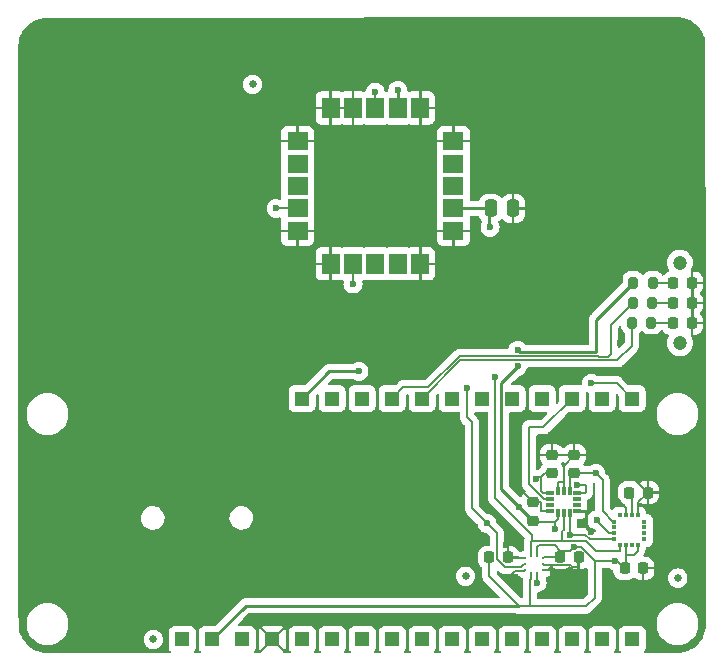
<source format=gbr>
%TF.GenerationSoftware,KiCad,Pcbnew,7.0.5*%
%TF.CreationDate,2023-12-18T11:55:02-06:00*%
%TF.ProjectId,peakick,7065616b-6963-46b2-9e6b-696361645f70,rev?*%
%TF.SameCoordinates,Original*%
%TF.FileFunction,Copper,L1,Top*%
%TF.FilePolarity,Positive*%
%FSLAX46Y46*%
G04 Gerber Fmt 4.6, Leading zero omitted, Abs format (unit mm)*
G04 Created by KiCad (PCBNEW 7.0.5) date 2023-12-18 11:55:02*
%MOMM*%
%LPD*%
G01*
G04 APERTURE LIST*
G04 Aperture macros list*
%AMRoundRect*
0 Rectangle with rounded corners*
0 $1 Rounding radius*
0 $2 $3 $4 $5 $6 $7 $8 $9 X,Y pos of 4 corners*
0 Add a 4 corners polygon primitive as box body*
4,1,4,$2,$3,$4,$5,$6,$7,$8,$9,$2,$3,0*
0 Add four circle primitives for the rounded corners*
1,1,$1+$1,$2,$3*
1,1,$1+$1,$4,$5*
1,1,$1+$1,$6,$7*
1,1,$1+$1,$8,$9*
0 Add four rect primitives between the rounded corners*
20,1,$1+$1,$2,$3,$4,$5,0*
20,1,$1+$1,$4,$5,$6,$7,0*
20,1,$1+$1,$6,$7,$8,$9,0*
20,1,$1+$1,$8,$9,$2,$3,0*%
G04 Aperture macros list end*
%TA.AperFunction,SMDPad,CuDef*%
%ADD10RoundRect,0.317500X0.000000X0.000000X0.000000X0.000000X0.000000X0.000000X0.000000X0.000000X0*%
%TD*%
%TA.AperFunction,SMDPad,CuDef*%
%ADD11RoundRect,0.225000X-0.225000X-0.250000X0.225000X-0.250000X0.225000X0.250000X-0.225000X0.250000X0*%
%TD*%
%TA.AperFunction,SMDPad,CuDef*%
%ADD12RoundRect,0.200000X-0.200000X-0.275000X0.200000X-0.275000X0.200000X0.275000X-0.200000X0.275000X0*%
%TD*%
%TA.AperFunction,SMDPad,CuDef*%
%ADD13RoundRect,0.250000X-0.250000X-0.475000X0.250000X-0.475000X0.250000X0.475000X-0.250000X0.475000X0*%
%TD*%
%TA.AperFunction,SMDPad,CuDef*%
%ADD14RoundRect,0.031500X0.263500X0.143500X-0.263500X0.143500X-0.263500X-0.143500X0.263500X-0.143500X0*%
%TD*%
%TA.AperFunction,SMDPad,CuDef*%
%ADD15RoundRect,0.031500X-0.143500X0.263500X-0.143500X-0.263500X0.143500X-0.263500X0.143500X0.263500X0*%
%TD*%
%TA.AperFunction,SMDPad,CuDef*%
%ADD16RoundRect,0.031500X-0.263500X-0.143500X0.263500X-0.143500X0.263500X0.143500X-0.263500X0.143500X0*%
%TD*%
%TA.AperFunction,SMDPad,CuDef*%
%ADD17RoundRect,0.031500X0.143500X-0.263500X0.143500X0.263500X-0.143500X0.263500X-0.143500X-0.263500X0*%
%TD*%
%TA.AperFunction,ComponentPad*%
%ADD18R,1.270000X1.270000*%
%TD*%
%TA.AperFunction,SMDPad,CuDef*%
%ADD19RoundRect,0.225000X0.250000X-0.225000X0.250000X0.225000X-0.250000X0.225000X-0.250000X-0.225000X0*%
%TD*%
%TA.AperFunction,SMDPad,CuDef*%
%ADD20RoundRect,0.218750X0.218750X0.256250X-0.218750X0.256250X-0.218750X-0.256250X0.218750X-0.256250X0*%
%TD*%
%TA.AperFunction,SMDPad,CuDef*%
%ADD21R,0.254000X0.279400*%
%TD*%
%TA.AperFunction,SMDPad,CuDef*%
%ADD22R,0.279400X0.254000*%
%TD*%
%TA.AperFunction,SMDPad,CuDef*%
%ADD23R,1.500000X1.800000*%
%TD*%
%TA.AperFunction,SMDPad,CuDef*%
%ADD24R,1.800000X1.500000*%
%TD*%
%TA.AperFunction,SMDPad,CuDef*%
%ADD25R,0.304800X0.457200*%
%TD*%
%TA.AperFunction,SMDPad,CuDef*%
%ADD26R,0.457200X0.304800*%
%TD*%
%TA.AperFunction,WasherPad*%
%ADD27C,1.200000*%
%TD*%
%TA.AperFunction,ViaPad*%
%ADD28C,0.600000*%
%TD*%
%TA.AperFunction,Conductor*%
%ADD29C,0.200000*%
%TD*%
%TA.AperFunction,Conductor*%
%ADD30C,0.250000*%
%TD*%
G04 APERTURE END LIST*
D10*
%TO.P,FD1,1*%
%TO.N,N/C*%
X137530000Y-114750000D03*
%TD*%
D11*
%TO.P,C7,1*%
%TO.N,Net-(U4-CAP)*%
X177834999Y-102315001D03*
%TO.P,C7,2*%
%TO.N,GND*%
X179384999Y-102315001D03*
%TD*%
D12*
%TO.P,R2,1,1*%
%TO.N,/D13*%
X178095000Y-86280000D03*
%TO.P,R2,2,2*%
%TO.N,Net-(L2-A)*%
X179745000Y-86280000D03*
%TD*%
D10*
%TO.P,FD4,1*%
%TO.N,N/C*%
X181930000Y-109550000D03*
%TD*%
D12*
%TO.P,R1,1,1*%
%TO.N,/D12*%
X178045000Y-87940000D03*
%TO.P,R1,2,2*%
%TO.N,Net-(L1-A)*%
X179695000Y-87940000D03*
%TD*%
D13*
%TO.P,C1,1*%
%TO.N,3.3V*%
X166080000Y-78250000D03*
%TO.P,C1,2*%
%TO.N,GND*%
X167980000Y-78250000D03*
%TD*%
D14*
%TO.P,U3,1,AP_SDO/AP_AD0*%
%TO.N,GND*%
X173425000Y-103855000D03*
%TO.P,U3,2,RESV_2*%
%TO.N,unconnected-(U3-RESV_2-Pad2)*%
X173425000Y-103355000D03*
%TO.P,U3,3,RESV_3*%
%TO.N,unconnected-(U3-RESV_3-Pad3)*%
X173425000Y-102855000D03*
%TO.P,U3,4,INT1/INT*%
%TO.N,/D6*%
X173425000Y-102355000D03*
D15*
%TO.P,U3,5,VDDIO*%
%TO.N,3.3V*%
X172760000Y-102190000D03*
%TO.P,U3,6,GND*%
%TO.N,GND*%
X172260000Y-102190000D03*
%TO.P,U3,7,RESV_7*%
X171760000Y-102190000D03*
D16*
%TO.P,U3,8,VDD*%
%TO.N,3.3V*%
X171095000Y-102355000D03*
%TO.P,U3,9,INT2/FSYNC/CLKIN*%
%TO.N,/D5*%
X171095000Y-102855000D03*
%TO.P,U3,10,RESV_10*%
%TO.N,unconnected-(U3-RESV_10-Pad10)*%
X171095000Y-103355000D03*
%TO.P,U3,11,RESV_11*%
%TO.N,GND*%
X171095000Y-103855000D03*
D17*
%TO.P,U3,12,AP_CS*%
%TO.N,3.3V*%
X171760000Y-104020000D03*
%TO.P,U3,13,AP_SCL/AP_SCLK*%
%TO.N,/SCL*%
X172260000Y-104020000D03*
%TO.P,U3,14,AP_SDA/AP_SDIO/AP_SDI*%
%TO.N,/SDA*%
X172760000Y-104020000D03*
%TD*%
D10*
%TO.P,FD3,1*%
%TO.N,N/C*%
X163960000Y-109390000D03*
%TD*%
D18*
%TO.P,J1,1,1*%
%TO.N,/BOOT0*%
X178070000Y-114730000D03*
%TO.P,J1,2,2*%
%TO.N,/D1{slash}TX*%
X175530000Y-114730000D03*
%TO.P,J1,3,3*%
%TO.N,/D0{slash}RX*%
X172990000Y-114730000D03*
%TO.P,J1,4,4*%
%TO.N,/CIPO*%
X170450000Y-114730000D03*
%TO.P,J1,5,5*%
%TO.N,/COPI*%
X167910000Y-114730000D03*
%TO.P,J1,6,6*%
%TO.N,/SCK*%
X165370000Y-114730000D03*
%TO.P,J1,7,7*%
%TO.N,/A5*%
X162830000Y-114730000D03*
%TO.P,J1,8,8*%
%TO.N,/A4*%
X160290000Y-114730000D03*
%TO.P,J1,9,9*%
%TO.N,/A3*%
X157750000Y-114730000D03*
%TO.P,J1,10,10*%
%TO.N,/A2*%
X155210000Y-114730000D03*
%TO.P,J1,11,11*%
%TO.N,/A1*%
X152670000Y-114730000D03*
%TO.P,J1,12,12*%
%TO.N,/A0*%
X150130000Y-114730000D03*
%TO.P,J1,13,13*%
%TO.N,GND*%
X147590000Y-114730000D03*
%TO.P,J1,14,14*%
%TO.N,unconnected-(J1-Pad14)*%
X145050000Y-114730000D03*
%TO.P,J1,15,15*%
%TO.N,3.3V*%
X142510000Y-114730000D03*
%TO.P,J1,16,16*%
%TO.N,/~{RESET}*%
X139970000Y-114730000D03*
%TD*%
D10*
%TO.P,FD2,1*%
%TO.N,N/C*%
X145930000Y-67750000D03*
%TD*%
D11*
%TO.P,C3,1*%
%TO.N,3.3V*%
X171985000Y-107790000D03*
%TO.P,C3,2*%
%TO.N,GND*%
X173535000Y-107790000D03*
%TD*%
D19*
%TO.P,C6,1*%
%TO.N,3.3V*%
X169660000Y-104680000D03*
%TO.P,C6,2*%
%TO.N,GND*%
X169660000Y-103130000D03*
%TD*%
D11*
%TO.P,C8,1*%
%TO.N,3.3V*%
X177434999Y-108715001D03*
%TO.P,C8,2*%
%TO.N,GND*%
X178984999Y-108715001D03*
%TD*%
D19*
%TO.P,C5,1*%
%TO.N,3.3V*%
X171260000Y-100680000D03*
%TO.P,C5,2*%
%TO.N,GND*%
X171260000Y-99130000D03*
%TD*%
D20*
%TO.P,L3,1,K*%
%TO.N,GND*%
X183137500Y-84570000D03*
%TO.P,L3,2,A*%
%TO.N,Net-(L3-A)*%
X181562500Y-84570000D03*
%TD*%
D21*
%TO.P,U1,1,VDDIO*%
%TO.N,3.3V*%
X170010063Y-107640700D03*
%TO.P,U1,2,SCK*%
%TO.N,/SCL*%
X169509937Y-107640700D03*
D22*
%TO.P,U1,3,VSS*%
%TO.N,GND*%
X169010700Y-107889874D03*
%TO.P,U1,4,SDI*%
%TO.N,/SDA*%
X169010700Y-108390000D03*
%TO.P,U1,5,SDO*%
%TO.N,GND*%
X169010700Y-108890126D03*
D21*
%TO.P,U1,6,CSB*%
%TO.N,3.3V*%
X169509937Y-109139300D03*
%TO.P,U1,7,INT*%
%TO.N,/D10*%
X170010063Y-109139300D03*
D22*
%TO.P,U1,8,VSS*%
%TO.N,GND*%
X170509300Y-108890126D03*
%TO.P,U1,9,VSS*%
X170509300Y-108390000D03*
%TO.P,U1,10,VDD*%
%TO.N,3.3V*%
X170509300Y-107889874D03*
%TD*%
D20*
%TO.P,L1,1,K*%
%TO.N,GND*%
X183117500Y-87980000D03*
%TO.P,L1,2,A*%
%TO.N,Net-(L1-A)*%
X181542500Y-87980000D03*
%TD*%
D12*
%TO.P,R3,1,1*%
%TO.N,3.3V*%
X178155000Y-84550000D03*
%TO.P,R3,2,2*%
%TO.N,Net-(L3-A)*%
X179805000Y-84550000D03*
%TD*%
D11*
%TO.P,C2,1*%
%TO.N,3.3V*%
X165985000Y-107790000D03*
%TO.P,C2,2*%
%TO.N,GND*%
X167535000Y-107790000D03*
%TD*%
D20*
%TO.P,L2,1,K*%
%TO.N,GND*%
X183137500Y-86270000D03*
%TO.P,L2,2,A*%
%TO.N,Net-(L2-A)*%
X181562500Y-86270000D03*
%TD*%
D18*
%TO.P,J3,1,1*%
%TO.N,/SDA*%
X178060000Y-94360000D03*
%TO.P,J3,2,2*%
%TO.N,/SCL*%
X175520000Y-94360000D03*
%TO.P,J3,3,3*%
%TO.N,/D5*%
X172980000Y-94360000D03*
%TO.P,J3,4,4*%
%TO.N,/D6*%
X170440000Y-94360000D03*
%TO.P,J3,5,5*%
%TO.N,/D9*%
X167900000Y-94360000D03*
%TO.P,J3,6,6*%
%TO.N,/D10*%
X165360000Y-94360000D03*
%TO.P,J3,7,7*%
%TO.N,/D11*%
X162820000Y-94360000D03*
%TO.P,J3,8,8*%
%TO.N,/D12*%
X160280000Y-94360000D03*
%TO.P,J3,9,9*%
%TO.N,/D13*%
X157740000Y-94360000D03*
%TO.P,J3,10,10*%
%TO.N,/V_USB*%
X155200000Y-94360000D03*
%TO.P,J3,11,11*%
%TO.N,/EN*%
X152660000Y-94360000D03*
%TO.P,J3,12,12*%
%TO.N,V_BATT*%
X150120000Y-94360000D03*
%TD*%
D23*
%TO.P,U2,1,GND*%
%TO.N,GND*%
X160130000Y-69750000D03*
%TO.P,U2,2,VCC_IO*%
%TO.N,3.3V*%
X158230000Y-69750000D03*
%TO.P,U2,3,V_BCKP*%
%TO.N,/VBACKUP*%
X156330000Y-69750000D03*
%TO.P,U2,4,GND*%
%TO.N,GND*%
X154430000Y-69750000D03*
%TO.P,U2,5,GND*%
X152530000Y-69750000D03*
D24*
%TO.P,U2,6,GND*%
X149730000Y-72550000D03*
%TO.P,U2,7,TIMEPULSE*%
%TO.N,unconnected-(U2-TIMEPULSE-Pad7)*%
X149730000Y-74450000D03*
%TO.P,U2,8,~{SAFEBOOT}*%
%TO.N,unconnected-(U2-~{SAFEBOOT}-Pad8)*%
X149730000Y-76350000D03*
%TO.P,U2,9,SDA*%
%TO.N,/SDA*%
X149730000Y-78250000D03*
%TO.P,U2,10,GND*%
%TO.N,GND*%
X149730000Y-80150000D03*
D23*
%TO.P,U2,11,GND*%
X152530000Y-82950000D03*
%TO.P,U2,12,SCL*%
%TO.N,/SCL*%
X154430000Y-82950000D03*
%TO.P,U2,13,TXD*%
%TO.N,unconnected-(U2-TXD-Pad13)*%
X156330000Y-82950000D03*
%TO.P,U2,14,RXD*%
%TO.N,unconnected-(U2-RXD-Pad14)*%
X158230000Y-82950000D03*
%TO.P,U2,15,GND*%
%TO.N,GND*%
X160130000Y-82950000D03*
D24*
%TO.P,U2,16,GND*%
X162930000Y-80150000D03*
%TO.P,U2,17,VCC*%
%TO.N,3.3V*%
X162930000Y-78250000D03*
%TO.P,U2,18,~{RESET}*%
%TO.N,unconnected-(U2-~{RESET}-Pad18)*%
X162930000Y-76350000D03*
%TO.P,U2,19,EXTINT0*%
%TO.N,unconnected-(U2-EXTINT0-Pad19)*%
X162930000Y-74450000D03*
%TO.P,U2,20,GND*%
%TO.N,GND*%
X162930000Y-72550000D03*
%TD*%
D19*
%TO.P,C4,1*%
%TO.N,3.3V*%
X173160000Y-100680000D03*
%TO.P,C4,2*%
%TO.N,GND*%
X173160000Y-99130000D03*
%TD*%
D25*
%TO.P,U4,1,SCL/SPI_SCK*%
%TO.N,/SCL*%
X177059998Y-106790000D03*
%TO.P,U4,2,VDD*%
%TO.N,3.3V*%
X177559999Y-106790000D03*
%TO.P,U4,3,NC*%
%TO.N,unconnected-(U4-NC-Pad3)*%
X178059999Y-106790000D03*
%TO.P,U4,4,SPI_CS*%
%TO.N,3.3V*%
X178560000Y-106790000D03*
D26*
%TO.P,U4,5,SPI_SDO*%
%TO.N,unconnected-(U4-SPI_SDO-Pad5)*%
X179084998Y-106265002D03*
%TO.P,U4,6,NC*%
%TO.N,unconnected-(U4-NC-Pad6)*%
X179084998Y-105765001D03*
%TO.P,U4,7,NC*%
%TO.N,unconnected-(U4-NC-Pad7)*%
X179084998Y-105265001D03*
%TO.P,U4,8,NC*%
%TO.N,unconnected-(U4-NC-Pad8)*%
X179084998Y-104765000D03*
D25*
%TO.P,U4,9,GND*%
%TO.N,GND*%
X178560000Y-104240002D03*
%TO.P,U4,10,CAP*%
%TO.N,Net-(U4-CAP)*%
X178059999Y-104240002D03*
%TO.P,U4,11,GND*%
%TO.N,GND*%
X177559999Y-104240002D03*
%TO.P,U4,12,NC*%
%TO.N,unconnected-(U4-NC-Pad12)*%
X177059998Y-104240002D03*
D26*
%TO.P,U4,13,VDDIO*%
%TO.N,3.3V*%
X176535000Y-104765000D03*
%TO.P,U4,14,NC*%
%TO.N,unconnected-(U4-NC-Pad14)*%
X176535000Y-105265001D03*
%TO.P,U4,15,INT*%
%TO.N,/D9*%
X176535000Y-105765001D03*
%TO.P,U4,16,SDA/SPI_SDI*%
%TO.N,/SDA*%
X176535000Y-106265002D03*
%TD*%
D27*
%TO.P,SW1,*%
%TO.N,*%
X182100000Y-82850000D03*
X182100000Y-89650000D03*
%TD*%
D28*
%TO.N,GND*%
X160130000Y-68050000D03*
X173560000Y-109190000D03*
X164730000Y-72550000D03*
X161630000Y-82950000D03*
X167930000Y-76550000D03*
X152530000Y-81250000D03*
X162930000Y-81650000D03*
X152530000Y-71550000D03*
X168240000Y-101600000D03*
X160130000Y-81250000D03*
X154430000Y-68050000D03*
X149730000Y-81650000D03*
X151030000Y-82950000D03*
X152530000Y-67950000D03*
X160130000Y-84650000D03*
X152530000Y-84650000D03*
X151430000Y-80150000D03*
X151430000Y-72550000D03*
X174547589Y-105642399D03*
X162930000Y-71050000D03*
X167360000Y-106790000D03*
X177040000Y-89660000D03*
X161730000Y-69750000D03*
X147030000Y-80250000D03*
X167930000Y-79950000D03*
X148030000Y-72550000D03*
X167560000Y-109488900D03*
X150930000Y-69750000D03*
X161230000Y-80050000D03*
X154430000Y-71550000D03*
%TO.N,3.3V*%
X174980000Y-100670000D03*
X173160000Y-106891100D03*
X168380000Y-91621100D03*
X171560000Y-105387800D03*
X168480000Y-103500000D03*
X158230000Y-68250000D03*
X169960000Y-101190000D03*
X176610000Y-108090000D03*
X166030000Y-79850000D03*
X168380000Y-90250000D03*
%TO.N,V_BATT*%
X154931100Y-92048900D03*
%TO.N,/SDA*%
X174620000Y-93051100D03*
X172760000Y-105888900D03*
X164090000Y-93430000D03*
X165771915Y-104908085D03*
X147930000Y-78250000D03*
%TO.N,/SCL*%
X154430000Y-84650000D03*
X166463900Y-92488900D03*
%TO.N,/D6*%
X173380000Y-101660000D03*
%TO.N,/D9*%
X175058900Y-104622427D03*
%TO.N,/D10*%
X170020000Y-109950000D03*
%TO.N,/VBACKUP*%
X156300000Y-68400000D03*
%TD*%
D29*
%TO.N,GND*%
X172858400Y-108466600D02*
X172981800Y-108590000D01*
X176760000Y-101190000D02*
X178259998Y-101190000D01*
X172260000Y-101390000D02*
X172260000Y-102190000D01*
X169010700Y-107889874D02*
X167634874Y-107889874D01*
X177559999Y-103589999D02*
X176760000Y-102790000D01*
X168240000Y-101710000D02*
X168240000Y-101600000D01*
X173560000Y-107815000D02*
X173535000Y-107790000D01*
X167661100Y-109488900D02*
X167560000Y-109488900D01*
D30*
X183157500Y-84590000D02*
X183157500Y-86250000D01*
X174130000Y-105224810D02*
X174547589Y-105642399D01*
X173430000Y-103860000D02*
X174130000Y-103860000D01*
X183137500Y-84570000D02*
X183157500Y-84590000D01*
D29*
X172981800Y-108590000D02*
X173560000Y-108590000D01*
X171360000Y-108466600D02*
X172858400Y-108466600D01*
X170509300Y-108390000D02*
X170585900Y-108466600D01*
D30*
X183117500Y-86290000D02*
X183137500Y-86270000D01*
D29*
X167535000Y-107790000D02*
X167535000Y-106965000D01*
X169010700Y-108890126D02*
X168910826Y-108990000D01*
X170300000Y-103130000D02*
X170360000Y-103190000D01*
X171760000Y-101390000D02*
X171760000Y-102190000D01*
X169660000Y-103130000D02*
X170300000Y-103130000D01*
X168160000Y-108990000D02*
X167661100Y-109488900D01*
X168910826Y-108990000D02*
X168160000Y-108990000D01*
X167634874Y-107889874D02*
X167535000Y-107790000D01*
X176760000Y-102790000D02*
X176760000Y-101190000D01*
X177559999Y-104240002D02*
X177559999Y-103589999D01*
D30*
X173425000Y-103855000D02*
X173430000Y-103860000D01*
X183157500Y-86250000D02*
X183137500Y-86270000D01*
D29*
X172260000Y-100030000D02*
X172260000Y-101390000D01*
X173560000Y-108590000D02*
X173560000Y-107815000D01*
X170360000Y-103830000D02*
X170385000Y-103855000D01*
X171095000Y-103855000D02*
X170385000Y-103855000D01*
X167535000Y-106965000D02*
X167360000Y-106790000D01*
X173160000Y-99130000D02*
X174700000Y-99130000D01*
X169660000Y-103130000D02*
X168240000Y-101710000D01*
X170936474Y-108890126D02*
X171360000Y-108466600D01*
D30*
X174130000Y-103860000D02*
X174130000Y-105224810D01*
D29*
X170360000Y-103190000D02*
X170360000Y-103830000D01*
X178259998Y-101190000D02*
X179384999Y-102315001D01*
X170509300Y-108890126D02*
X170936474Y-108890126D01*
X172260000Y-101390000D02*
X171760000Y-101390000D01*
X173160000Y-99130000D02*
X172260000Y-100030000D01*
X170585900Y-108466600D02*
X171360000Y-108466600D01*
X178560000Y-103140000D02*
X178560000Y-104240002D01*
X174700000Y-99130000D02*
X176760000Y-101190000D01*
D30*
X183117500Y-87980000D02*
X183117500Y-86290000D01*
D29*
X179384999Y-102315001D02*
X178560000Y-103140000D01*
%TO.N,3.3V*%
X165980000Y-79800000D02*
X166030000Y-79850000D01*
X169420000Y-111950000D02*
X174160000Y-111950000D01*
X171985000Y-107215000D02*
X171985000Y-107790000D01*
X171760000Y-104020000D02*
X171760000Y-104590000D01*
D30*
X175024718Y-87680282D02*
X178155000Y-84550000D01*
D29*
X178188600Y-107590000D02*
X177559999Y-107590000D01*
X174910000Y-111200000D02*
X174910000Y-108740000D01*
X171985000Y-107790000D02*
X170609174Y-107790000D01*
D30*
X166990000Y-102010000D02*
X168480000Y-103500000D01*
D29*
X169509937Y-109139300D02*
X169509937Y-109640063D01*
X173160000Y-106891100D02*
X173714404Y-106891100D01*
X174910000Y-108740000D02*
X174885001Y-108715001D01*
X178560000Y-106790000D02*
X178560000Y-107218600D01*
X177559999Y-108590001D02*
X177434999Y-108715001D01*
X176581697Y-108061697D02*
X176610000Y-108090000D01*
D30*
X168563400Y-90433400D02*
X168380000Y-90250000D01*
X166990000Y-93011100D02*
X166990000Y-102010000D01*
D29*
X176475000Y-104765000D02*
X176535000Y-104765000D01*
D30*
X168460000Y-111890000D02*
X168520000Y-111950000D01*
X158230000Y-69750000D02*
X158230000Y-68250000D01*
D29*
X171760000Y-104590000D02*
X171560000Y-104790000D01*
X170010063Y-107640700D02*
X170010063Y-106939937D01*
X169770000Y-104790000D02*
X169660000Y-104680000D01*
X170010063Y-106939937D02*
X170160000Y-106790000D01*
X170160000Y-100990000D02*
X170360000Y-100990000D01*
X170609174Y-107790000D02*
X170509300Y-107889874D01*
X174980000Y-100670000D02*
X174970000Y-100680000D01*
X172836100Y-107215000D02*
X171985000Y-107215000D01*
X174885001Y-108061697D02*
X174885001Y-108715001D01*
X169420000Y-109730000D02*
X169509937Y-109640063D01*
X171095000Y-102355000D02*
X170525000Y-102355000D01*
X169960000Y-101190000D02*
X170160000Y-100990000D01*
X165880000Y-78250000D02*
X165980000Y-78350000D01*
X170360000Y-102190000D02*
X170360000Y-100990000D01*
D30*
X145350000Y-111890000D02*
X168460000Y-111890000D01*
D29*
X171560000Y-104790000D02*
X171560000Y-105387800D01*
X169420000Y-111950000D02*
X169420000Y-109730000D01*
X166560000Y-109990000D02*
X165985000Y-109415000D01*
X170670000Y-100680000D02*
X171260000Y-100680000D01*
D30*
X162930000Y-78250000D02*
X165880000Y-78250000D01*
D29*
X165985000Y-109415000D02*
X165985000Y-107790000D01*
D30*
X175024718Y-90433400D02*
X175024718Y-87680282D01*
D29*
X174160000Y-111950000D02*
X174910000Y-111200000D01*
X175560000Y-103850000D02*
X176475000Y-104765000D01*
X173714404Y-106891100D02*
X174885001Y-108061697D01*
X168520000Y-111950000D02*
X169420000Y-111950000D01*
X172760000Y-102190000D02*
X172760000Y-101080000D01*
X176610000Y-108090000D02*
X176638303Y-108061697D01*
X176781695Y-108061697D02*
X177434999Y-108715001D01*
D30*
X168480000Y-103500000D02*
X169660000Y-104680000D01*
D29*
X178560000Y-107218600D02*
X178188600Y-107590000D01*
D30*
X165980000Y-78350000D02*
X165980000Y-79800000D01*
D29*
X173160000Y-106891100D02*
X172836100Y-107215000D01*
X177559999Y-106790000D02*
X177559999Y-107590000D01*
X172760000Y-101080000D02*
X173160000Y-100680000D01*
X177559999Y-107590000D02*
X177559999Y-108590001D01*
D30*
X175024718Y-90433400D02*
X168563400Y-90433400D01*
X142510000Y-114730000D02*
X145350000Y-111890000D01*
D29*
X175560000Y-103850000D02*
X175560000Y-101250000D01*
X175560000Y-101250000D02*
X174980000Y-100670000D01*
X166560000Y-109990000D02*
X168520000Y-111950000D01*
X174885001Y-108061697D02*
X176581697Y-108061697D01*
X176638303Y-108061697D02*
X176781695Y-108061697D01*
X171560000Y-106790000D02*
X171985000Y-107215000D01*
X170160000Y-106790000D02*
X171560000Y-106790000D01*
X171560000Y-104790000D02*
X169770000Y-104790000D01*
D30*
X168380000Y-91621100D02*
X166990000Y-93011100D01*
D29*
X170525000Y-102355000D02*
X170360000Y-102190000D01*
X170360000Y-100990000D02*
X170670000Y-100680000D01*
X174970000Y-100680000D02*
X173160000Y-100680000D01*
D30*
%TO.N,V_BATT*%
X154931100Y-92048900D02*
X152431100Y-92048900D01*
X152431100Y-92048900D02*
X150120000Y-94360000D01*
D29*
%TO.N,/SDA*%
X168869400Y-108390000D02*
X169010700Y-108390000D01*
X168669400Y-108590000D02*
X168869400Y-108390000D01*
X176535000Y-106265002D02*
X174461529Y-106265002D01*
X172760000Y-105590000D02*
X172760000Y-105888900D01*
X167256696Y-108590000D02*
X168669400Y-108590000D01*
X164090000Y-95940000D02*
X164090000Y-93430000D01*
X176751100Y-93051100D02*
X178060000Y-94360000D01*
X166636600Y-105772770D02*
X166636600Y-107969904D01*
X174085427Y-105888900D02*
X174461529Y-106265002D01*
X164502000Y-103638170D02*
X164502000Y-96352000D01*
X165771915Y-104908085D02*
X166636600Y-105772770D01*
X149730000Y-78250000D02*
X147930000Y-78250000D01*
X164502000Y-96352000D02*
X164090000Y-95940000D01*
X174620000Y-93051100D02*
X176751100Y-93051100D01*
X166636600Y-107969904D02*
X167256696Y-108590000D01*
X172760000Y-105888900D02*
X174085427Y-105888900D01*
X172760000Y-105590000D02*
X172760000Y-104020000D01*
X165771915Y-104908085D02*
X164502000Y-103638170D01*
%TO.N,/SCL*%
X177059998Y-106790000D02*
X177059998Y-107210002D01*
X169560000Y-105885000D02*
X169560000Y-106390000D01*
X154430000Y-82950000D02*
X154430000Y-84650000D01*
X169509937Y-107640700D02*
X169509937Y-106440063D01*
X172260000Y-105490000D02*
X172260000Y-104020000D01*
X175010000Y-107240000D02*
X174160000Y-106390000D01*
X166463900Y-102788900D02*
X169560000Y-105885000D01*
X172160000Y-105590000D02*
X172260000Y-105490000D01*
X177030000Y-107240000D02*
X175010000Y-107240000D01*
X166463900Y-92488900D02*
X166463900Y-102788900D01*
X169560000Y-106390000D02*
X172160000Y-106390000D01*
X177059998Y-107210002D02*
X177030000Y-107240000D01*
X172160000Y-106390000D02*
X172160000Y-105590000D01*
X174160000Y-106390000D02*
X172160000Y-106390000D01*
X169509937Y-106440063D02*
X169560000Y-106390000D01*
%TO.N,/D5*%
X169360000Y-101616526D02*
X169360000Y-96790000D01*
X172980000Y-94360000D02*
X170550000Y-96790000D01*
X170550000Y-96790000D02*
X169360000Y-96790000D01*
X170598474Y-102855000D02*
X169360000Y-101616526D01*
X171095000Y-102855000D02*
X170598474Y-102855000D01*
%TO.N,/D6*%
X174150000Y-101750000D02*
X174060000Y-101660000D01*
X174060000Y-101660000D02*
X173380000Y-101660000D01*
X174150000Y-102285000D02*
X174150000Y-101750000D01*
X173425000Y-102355000D02*
X174080000Y-102355000D01*
X174080000Y-102355000D02*
X174150000Y-102285000D01*
%TO.N,/D9*%
X175058900Y-104717501D02*
X176106400Y-105765001D01*
X176106400Y-105765001D02*
X176535000Y-105765001D01*
X175058900Y-104622427D02*
X175058900Y-104717501D01*
%TO.N,/D10*%
X170010063Y-109139300D02*
X170010063Y-109940063D01*
X170010063Y-109940063D02*
X170020000Y-109950000D01*
%TO.N,/D12*%
X163520000Y-91120000D02*
X160280000Y-94360000D01*
X178045000Y-89870000D02*
X176795000Y-91120000D01*
X176795000Y-91120000D02*
X163520000Y-91120000D01*
X178045000Y-87940000D02*
X178045000Y-89870000D01*
%TO.N,/D13*%
X158700000Y-93400000D02*
X157740000Y-94360000D01*
X175160000Y-90760000D02*
X163453474Y-90760000D01*
X175218400Y-90818400D02*
X175160000Y-90760000D01*
X178095000Y-86280000D02*
X176250000Y-88125000D01*
X176250000Y-90600000D02*
X176031600Y-90818400D01*
X176250000Y-88125000D02*
X176250000Y-90600000D01*
X160813474Y-93400000D02*
X158700000Y-93400000D01*
X176031600Y-90818400D02*
X175218400Y-90818400D01*
X163453474Y-90760000D02*
X160813474Y-93400000D01*
%TO.N,/VBACKUP*%
X156330000Y-68430000D02*
X156300000Y-68400000D01*
X156330000Y-69750000D02*
X156330000Y-68430000D01*
%TO.N,Net-(L1-A)*%
X181502500Y-87940000D02*
X179695000Y-87940000D01*
X181542500Y-87980000D02*
X181502500Y-87940000D01*
%TO.N,Net-(L2-A)*%
X181562500Y-86270000D02*
X179755000Y-86270000D01*
X179755000Y-86270000D02*
X179745000Y-86280000D01*
%TO.N,Net-(L3-A)*%
X181542500Y-84550000D02*
X179805000Y-84550000D01*
X181562500Y-84570000D02*
X181542500Y-84550000D01*
%TO.N,Net-(U4-CAP)*%
X178059999Y-102540001D02*
X177834999Y-102315001D01*
X178059999Y-104240002D02*
X178059999Y-102540001D01*
%TD*%
%TA.AperFunction,Conductor*%
%TO.N,GND*%
G36*
X181861436Y-62062181D02*
G01*
X182136755Y-62077955D01*
X182142371Y-62078600D01*
X182337723Y-62112490D01*
X182412700Y-62125497D01*
X182418214Y-62126782D01*
X182681425Y-62204267D01*
X182686745Y-62206171D01*
X182939360Y-62313226D01*
X182944446Y-62315734D01*
X183183165Y-62450952D01*
X183187932Y-62454025D01*
X183409631Y-62615638D01*
X183414015Y-62619236D01*
X183615798Y-62805132D01*
X183619737Y-62809202D01*
X183798963Y-63016953D01*
X183802400Y-63021433D01*
X183896763Y-63160172D01*
X183956700Y-63248295D01*
X183959616Y-63253159D01*
X184086977Y-63496169D01*
X184089318Y-63501334D01*
X184188069Y-63757295D01*
X184189804Y-63762695D01*
X184233909Y-63932819D01*
X184237076Y-63957296D01*
X184268590Y-72449998D01*
X184297900Y-80349077D01*
X184297900Y-113403619D01*
X184297590Y-113406052D01*
X184297890Y-113442931D01*
X184297824Y-113445921D01*
X184282804Y-113732965D01*
X184282132Y-113738910D01*
X184232884Y-114020556D01*
X184231500Y-114026376D01*
X184148661Y-114300042D01*
X184146586Y-114305653D01*
X184083428Y-114449096D01*
X184031595Y-114566819D01*
X184031366Y-114567338D01*
X184028631Y-114572654D01*
X184022839Y-114582414D01*
X183882706Y-114818546D01*
X183879348Y-114823497D01*
X183704852Y-115050005D01*
X183700921Y-115054516D01*
X183500397Y-115258338D01*
X183495952Y-115262341D01*
X183272319Y-115440509D01*
X183267424Y-115443947D01*
X183025121Y-115593140D01*
X183023953Y-115593859D01*
X183018678Y-115596682D01*
X182758909Y-115716154D01*
X182753332Y-115718321D01*
X182481046Y-115805616D01*
X182475249Y-115807095D01*
X182330585Y-115834830D01*
X182194436Y-115860931D01*
X182188510Y-115861700D01*
X182090628Y-115868424D01*
X181901973Y-115881384D01*
X181898599Y-115881500D01*
X179141331Y-115881500D01*
X179083140Y-115862593D01*
X179047176Y-115813093D01*
X179047176Y-115751907D01*
X179062078Y-115723171D01*
X179065709Y-115718321D01*
X179148796Y-115607331D01*
X179148887Y-115607089D01*
X179199089Y-115472488D01*
X179199090Y-115472485D01*
X179199091Y-115472483D01*
X179205500Y-115412873D01*
X179205499Y-114047128D01*
X179199091Y-113987517D01*
X179160054Y-113882852D01*
X179148797Y-113852670D01*
X179062549Y-113737458D01*
X179062548Y-113737457D01*
X179062546Y-113737454D01*
X179059594Y-113735244D01*
X178947329Y-113651202D01*
X178812488Y-113600910D01*
X178812483Y-113600909D01*
X178812481Y-113600908D01*
X178812477Y-113600908D01*
X178781249Y-113597550D01*
X178752873Y-113594500D01*
X178752870Y-113594500D01*
X177387133Y-113594500D01*
X177387129Y-113594500D01*
X177387128Y-113594501D01*
X177382486Y-113595000D01*
X177327519Y-113600908D01*
X177327514Y-113600909D01*
X177192670Y-113651202D01*
X177077458Y-113737450D01*
X177077450Y-113737458D01*
X176991202Y-113852670D01*
X176940910Y-113987511D01*
X176940908Y-113987522D01*
X176934500Y-114047129D01*
X176934500Y-115412866D01*
X176934501Y-115412870D01*
X176940908Y-115472480D01*
X176940909Y-115472485D01*
X176991202Y-115607329D01*
X177060685Y-115700146D01*
X177073608Y-115717409D01*
X177077922Y-115723171D01*
X177097659Y-115781086D01*
X177079585Y-115839540D01*
X177030604Y-115876208D01*
X176998669Y-115881500D01*
X176601331Y-115881500D01*
X176543140Y-115862593D01*
X176507176Y-115813093D01*
X176507176Y-115751907D01*
X176522078Y-115723171D01*
X176525709Y-115718321D01*
X176608796Y-115607331D01*
X176608887Y-115607089D01*
X176659089Y-115472488D01*
X176659090Y-115472485D01*
X176659091Y-115472483D01*
X176665500Y-115412873D01*
X176665499Y-114047128D01*
X176659091Y-113987517D01*
X176620054Y-113882852D01*
X176608797Y-113852670D01*
X176522549Y-113737458D01*
X176522548Y-113737457D01*
X176522546Y-113737454D01*
X176519594Y-113735244D01*
X176407329Y-113651202D01*
X176272488Y-113600910D01*
X176272483Y-113600909D01*
X176272481Y-113600908D01*
X176272477Y-113600908D01*
X176241249Y-113597550D01*
X176212873Y-113594500D01*
X176212870Y-113594500D01*
X174847133Y-113594500D01*
X174847129Y-113594500D01*
X174847128Y-113594501D01*
X174842486Y-113595000D01*
X174787519Y-113600908D01*
X174787514Y-113600909D01*
X174652670Y-113651202D01*
X174537458Y-113737450D01*
X174537450Y-113737458D01*
X174451202Y-113852670D01*
X174400910Y-113987511D01*
X174400908Y-113987522D01*
X174394500Y-114047129D01*
X174394500Y-115412866D01*
X174394501Y-115412870D01*
X174400908Y-115472480D01*
X174400909Y-115472485D01*
X174451202Y-115607329D01*
X174520685Y-115700146D01*
X174533608Y-115717409D01*
X174537922Y-115723171D01*
X174557659Y-115781086D01*
X174539585Y-115839540D01*
X174490604Y-115876208D01*
X174458669Y-115881500D01*
X174061331Y-115881500D01*
X174003140Y-115862593D01*
X173967176Y-115813093D01*
X173967176Y-115751907D01*
X173982078Y-115723171D01*
X173985709Y-115718321D01*
X174068796Y-115607331D01*
X174068887Y-115607089D01*
X174119089Y-115472488D01*
X174119090Y-115472485D01*
X174119091Y-115472483D01*
X174125500Y-115412873D01*
X174125499Y-114047128D01*
X174119091Y-113987517D01*
X174080054Y-113882852D01*
X174068797Y-113852670D01*
X173982549Y-113737458D01*
X173982548Y-113737457D01*
X173982546Y-113737454D01*
X173979594Y-113735244D01*
X173867329Y-113651202D01*
X173732488Y-113600910D01*
X173732483Y-113600909D01*
X173732481Y-113600908D01*
X173732477Y-113600908D01*
X173701249Y-113597550D01*
X173672873Y-113594500D01*
X173672870Y-113594500D01*
X172307133Y-113594500D01*
X172307129Y-113594500D01*
X172307128Y-113594501D01*
X172302486Y-113595000D01*
X172247519Y-113600908D01*
X172247514Y-113600909D01*
X172112670Y-113651202D01*
X171997458Y-113737450D01*
X171997450Y-113737458D01*
X171911202Y-113852670D01*
X171860910Y-113987511D01*
X171860908Y-113987522D01*
X171854500Y-114047129D01*
X171854500Y-115412866D01*
X171854501Y-115412870D01*
X171860908Y-115472480D01*
X171860909Y-115472485D01*
X171911202Y-115607329D01*
X171980685Y-115700146D01*
X171993608Y-115717409D01*
X171997922Y-115723171D01*
X172017659Y-115781086D01*
X171999585Y-115839540D01*
X171950604Y-115876208D01*
X171918669Y-115881500D01*
X171521331Y-115881500D01*
X171463140Y-115862593D01*
X171427176Y-115813093D01*
X171427176Y-115751907D01*
X171442078Y-115723171D01*
X171445709Y-115718321D01*
X171528796Y-115607331D01*
X171528887Y-115607089D01*
X171579089Y-115472488D01*
X171579090Y-115472485D01*
X171579091Y-115472483D01*
X171585500Y-115412873D01*
X171585499Y-114047128D01*
X171579091Y-113987517D01*
X171540054Y-113882852D01*
X171528797Y-113852670D01*
X171442549Y-113737458D01*
X171442548Y-113737457D01*
X171442546Y-113737454D01*
X171439594Y-113735244D01*
X171327329Y-113651202D01*
X171192488Y-113600910D01*
X171192483Y-113600909D01*
X171192481Y-113600908D01*
X171192477Y-113600908D01*
X171161249Y-113597550D01*
X171132873Y-113594500D01*
X171132870Y-113594500D01*
X169767133Y-113594500D01*
X169767129Y-113594500D01*
X169767128Y-113594501D01*
X169762486Y-113595000D01*
X169707519Y-113600908D01*
X169707514Y-113600909D01*
X169572670Y-113651202D01*
X169457458Y-113737450D01*
X169457450Y-113737458D01*
X169371202Y-113852670D01*
X169320910Y-113987511D01*
X169320908Y-113987522D01*
X169314500Y-114047129D01*
X169314500Y-115412866D01*
X169314501Y-115412870D01*
X169320908Y-115472480D01*
X169320909Y-115472485D01*
X169371202Y-115607329D01*
X169440685Y-115700146D01*
X169453608Y-115717409D01*
X169457922Y-115723171D01*
X169477659Y-115781086D01*
X169459585Y-115839540D01*
X169410604Y-115876208D01*
X169378669Y-115881500D01*
X168981331Y-115881500D01*
X168923140Y-115862593D01*
X168887176Y-115813093D01*
X168887176Y-115751907D01*
X168902078Y-115723171D01*
X168905709Y-115718321D01*
X168988796Y-115607331D01*
X168988887Y-115607089D01*
X169039089Y-115472488D01*
X169039090Y-115472485D01*
X169039091Y-115472483D01*
X169045500Y-115412873D01*
X169045499Y-114047128D01*
X169039091Y-113987517D01*
X169000054Y-113882852D01*
X168988797Y-113852670D01*
X168902549Y-113737458D01*
X168902548Y-113737457D01*
X168902546Y-113737454D01*
X168899594Y-113735244D01*
X168787329Y-113651202D01*
X168652488Y-113600910D01*
X168652483Y-113600909D01*
X168652481Y-113600908D01*
X168652477Y-113600908D01*
X168621249Y-113597550D01*
X168592873Y-113594500D01*
X168592870Y-113594500D01*
X167227133Y-113594500D01*
X167227129Y-113594500D01*
X167227128Y-113594501D01*
X167222486Y-113595000D01*
X167167519Y-113600908D01*
X167167514Y-113600909D01*
X167032670Y-113651202D01*
X166917458Y-113737450D01*
X166917450Y-113737458D01*
X166831202Y-113852670D01*
X166780910Y-113987511D01*
X166780908Y-113987522D01*
X166774500Y-114047129D01*
X166774500Y-115412866D01*
X166774501Y-115412870D01*
X166780908Y-115472480D01*
X166780909Y-115472485D01*
X166831202Y-115607329D01*
X166900685Y-115700146D01*
X166913608Y-115717409D01*
X166917922Y-115723171D01*
X166937659Y-115781086D01*
X166919585Y-115839540D01*
X166870604Y-115876208D01*
X166838669Y-115881500D01*
X166441331Y-115881500D01*
X166383140Y-115862593D01*
X166347176Y-115813093D01*
X166347176Y-115751907D01*
X166362078Y-115723171D01*
X166365709Y-115718321D01*
X166448796Y-115607331D01*
X166448887Y-115607089D01*
X166499089Y-115472488D01*
X166499090Y-115472485D01*
X166499091Y-115472483D01*
X166505500Y-115412873D01*
X166505499Y-114047128D01*
X166499091Y-113987517D01*
X166460054Y-113882852D01*
X166448797Y-113852670D01*
X166362549Y-113737458D01*
X166362548Y-113737457D01*
X166362546Y-113737454D01*
X166359594Y-113735244D01*
X166247329Y-113651202D01*
X166112488Y-113600910D01*
X166112483Y-113600909D01*
X166112481Y-113600908D01*
X166112477Y-113600908D01*
X166081249Y-113597550D01*
X166052873Y-113594500D01*
X166052870Y-113594500D01*
X164687133Y-113594500D01*
X164687129Y-113594500D01*
X164687128Y-113594501D01*
X164682486Y-113595000D01*
X164627519Y-113600908D01*
X164627514Y-113600909D01*
X164492670Y-113651202D01*
X164377458Y-113737450D01*
X164377450Y-113737458D01*
X164291202Y-113852670D01*
X164240910Y-113987511D01*
X164240908Y-113987522D01*
X164234500Y-114047129D01*
X164234500Y-115412866D01*
X164234501Y-115412870D01*
X164240908Y-115472480D01*
X164240909Y-115472485D01*
X164291202Y-115607329D01*
X164360685Y-115700146D01*
X164373608Y-115717409D01*
X164377922Y-115723171D01*
X164397659Y-115781086D01*
X164379585Y-115839540D01*
X164330604Y-115876208D01*
X164298669Y-115881500D01*
X163901331Y-115881500D01*
X163843140Y-115862593D01*
X163807176Y-115813093D01*
X163807176Y-115751907D01*
X163822078Y-115723171D01*
X163825709Y-115718321D01*
X163908796Y-115607331D01*
X163908887Y-115607089D01*
X163959089Y-115472488D01*
X163959090Y-115472485D01*
X163959091Y-115472483D01*
X163965500Y-115412873D01*
X163965499Y-114047128D01*
X163959091Y-113987517D01*
X163920054Y-113882852D01*
X163908797Y-113852670D01*
X163822549Y-113737458D01*
X163822548Y-113737457D01*
X163822546Y-113737454D01*
X163819594Y-113735244D01*
X163707329Y-113651202D01*
X163572488Y-113600910D01*
X163572483Y-113600909D01*
X163572481Y-113600908D01*
X163572477Y-113600908D01*
X163541249Y-113597550D01*
X163512873Y-113594500D01*
X163512870Y-113594500D01*
X162147133Y-113594500D01*
X162147129Y-113594500D01*
X162147128Y-113594501D01*
X162142486Y-113595000D01*
X162087519Y-113600908D01*
X162087514Y-113600909D01*
X161952670Y-113651202D01*
X161837458Y-113737450D01*
X161837450Y-113737458D01*
X161751202Y-113852670D01*
X161700910Y-113987511D01*
X161700908Y-113987522D01*
X161694500Y-114047129D01*
X161694500Y-115412866D01*
X161694501Y-115412870D01*
X161700908Y-115472480D01*
X161700909Y-115472485D01*
X161751202Y-115607329D01*
X161820685Y-115700146D01*
X161833608Y-115717409D01*
X161837922Y-115723171D01*
X161857659Y-115781086D01*
X161839585Y-115839540D01*
X161790604Y-115876208D01*
X161758669Y-115881500D01*
X161361331Y-115881500D01*
X161303140Y-115862593D01*
X161267176Y-115813093D01*
X161267176Y-115751907D01*
X161282078Y-115723171D01*
X161285709Y-115718321D01*
X161368796Y-115607331D01*
X161368887Y-115607089D01*
X161419089Y-115472488D01*
X161419090Y-115472485D01*
X161419091Y-115472483D01*
X161425500Y-115412873D01*
X161425499Y-114047128D01*
X161419091Y-113987517D01*
X161380054Y-113882852D01*
X161368797Y-113852670D01*
X161282549Y-113737458D01*
X161282548Y-113737457D01*
X161282546Y-113737454D01*
X161279594Y-113735244D01*
X161167329Y-113651202D01*
X161032488Y-113600910D01*
X161032483Y-113600909D01*
X161032481Y-113600908D01*
X161032477Y-113600908D01*
X161001249Y-113597550D01*
X160972873Y-113594500D01*
X160972870Y-113594500D01*
X159607133Y-113594500D01*
X159607129Y-113594500D01*
X159607128Y-113594501D01*
X159602486Y-113595000D01*
X159547519Y-113600908D01*
X159547514Y-113600909D01*
X159412670Y-113651202D01*
X159297458Y-113737450D01*
X159297450Y-113737458D01*
X159211202Y-113852670D01*
X159160910Y-113987511D01*
X159160908Y-113987522D01*
X159154500Y-114047129D01*
X159154500Y-115412866D01*
X159154501Y-115412870D01*
X159160908Y-115472480D01*
X159160909Y-115472485D01*
X159211202Y-115607329D01*
X159280685Y-115700146D01*
X159293608Y-115717409D01*
X159297922Y-115723171D01*
X159317659Y-115781086D01*
X159299585Y-115839540D01*
X159250604Y-115876208D01*
X159218669Y-115881500D01*
X158821331Y-115881500D01*
X158763140Y-115862593D01*
X158727176Y-115813093D01*
X158727176Y-115751907D01*
X158742078Y-115723171D01*
X158745709Y-115718321D01*
X158828796Y-115607331D01*
X158828887Y-115607089D01*
X158879089Y-115472488D01*
X158879090Y-115472485D01*
X158879091Y-115472483D01*
X158885500Y-115412873D01*
X158885499Y-114047128D01*
X158879091Y-113987517D01*
X158840054Y-113882852D01*
X158828797Y-113852670D01*
X158742549Y-113737458D01*
X158742548Y-113737457D01*
X158742546Y-113737454D01*
X158739594Y-113735244D01*
X158627329Y-113651202D01*
X158492488Y-113600910D01*
X158492483Y-113600909D01*
X158492481Y-113600908D01*
X158492477Y-113600908D01*
X158461249Y-113597550D01*
X158432873Y-113594500D01*
X158432870Y-113594500D01*
X157067133Y-113594500D01*
X157067129Y-113594500D01*
X157067128Y-113594501D01*
X157062486Y-113595000D01*
X157007519Y-113600908D01*
X157007514Y-113600909D01*
X156872670Y-113651202D01*
X156757458Y-113737450D01*
X156757450Y-113737458D01*
X156671202Y-113852670D01*
X156620910Y-113987511D01*
X156620908Y-113987522D01*
X156614500Y-114047129D01*
X156614500Y-115412866D01*
X156614501Y-115412870D01*
X156620908Y-115472480D01*
X156620909Y-115472485D01*
X156671202Y-115607329D01*
X156740685Y-115700146D01*
X156753608Y-115717409D01*
X156757922Y-115723171D01*
X156777659Y-115781086D01*
X156759585Y-115839540D01*
X156710604Y-115876208D01*
X156678669Y-115881500D01*
X156281331Y-115881500D01*
X156223140Y-115862593D01*
X156187176Y-115813093D01*
X156187176Y-115751907D01*
X156202078Y-115723171D01*
X156205709Y-115718321D01*
X156288796Y-115607331D01*
X156288887Y-115607089D01*
X156339089Y-115472488D01*
X156339090Y-115472485D01*
X156339091Y-115472483D01*
X156345500Y-115412873D01*
X156345499Y-114047128D01*
X156339091Y-113987517D01*
X156300054Y-113882852D01*
X156288797Y-113852670D01*
X156202549Y-113737458D01*
X156202548Y-113737457D01*
X156202546Y-113737454D01*
X156199594Y-113735244D01*
X156087329Y-113651202D01*
X155952488Y-113600910D01*
X155952483Y-113600909D01*
X155952481Y-113600908D01*
X155952477Y-113600908D01*
X155921249Y-113597550D01*
X155892873Y-113594500D01*
X155892870Y-113594500D01*
X154527133Y-113594500D01*
X154527129Y-113594500D01*
X154527128Y-113594501D01*
X154522486Y-113595000D01*
X154467519Y-113600908D01*
X154467514Y-113600909D01*
X154332670Y-113651202D01*
X154217458Y-113737450D01*
X154217450Y-113737458D01*
X154131202Y-113852670D01*
X154080910Y-113987511D01*
X154080908Y-113987522D01*
X154074500Y-114047129D01*
X154074500Y-115412866D01*
X154074501Y-115412870D01*
X154080908Y-115472480D01*
X154080909Y-115472485D01*
X154131202Y-115607329D01*
X154200685Y-115700146D01*
X154213608Y-115717409D01*
X154217922Y-115723171D01*
X154237659Y-115781086D01*
X154219585Y-115839540D01*
X154170604Y-115876208D01*
X154138669Y-115881500D01*
X153741331Y-115881500D01*
X153683140Y-115862593D01*
X153647176Y-115813093D01*
X153647176Y-115751907D01*
X153662078Y-115723171D01*
X153665709Y-115718321D01*
X153748796Y-115607331D01*
X153748887Y-115607089D01*
X153799089Y-115472488D01*
X153799090Y-115472485D01*
X153799091Y-115472483D01*
X153805500Y-115412873D01*
X153805499Y-114047128D01*
X153799091Y-113987517D01*
X153760054Y-113882852D01*
X153748797Y-113852670D01*
X153662549Y-113737458D01*
X153662548Y-113737457D01*
X153662546Y-113737454D01*
X153659594Y-113735244D01*
X153547329Y-113651202D01*
X153412488Y-113600910D01*
X153412483Y-113600909D01*
X153412481Y-113600908D01*
X153412477Y-113600908D01*
X153381249Y-113597550D01*
X153352873Y-113594500D01*
X153352870Y-113594500D01*
X151987133Y-113594500D01*
X151987129Y-113594500D01*
X151987128Y-113594501D01*
X151982486Y-113595000D01*
X151927519Y-113600908D01*
X151927514Y-113600909D01*
X151792670Y-113651202D01*
X151677458Y-113737450D01*
X151677450Y-113737458D01*
X151591202Y-113852670D01*
X151540910Y-113987511D01*
X151540908Y-113987522D01*
X151534500Y-114047129D01*
X151534500Y-115412866D01*
X151534501Y-115412870D01*
X151540908Y-115472480D01*
X151540909Y-115472485D01*
X151591202Y-115607329D01*
X151660685Y-115700146D01*
X151673608Y-115717409D01*
X151677922Y-115723171D01*
X151697659Y-115781086D01*
X151679585Y-115839540D01*
X151630604Y-115876208D01*
X151598669Y-115881500D01*
X151201331Y-115881500D01*
X151143140Y-115862593D01*
X151107176Y-115813093D01*
X151107176Y-115751907D01*
X151122078Y-115723171D01*
X151125709Y-115718321D01*
X151208796Y-115607331D01*
X151208887Y-115607089D01*
X151259089Y-115472488D01*
X151259090Y-115472485D01*
X151259091Y-115472483D01*
X151265500Y-115412873D01*
X151265499Y-114047128D01*
X151259091Y-113987517D01*
X151220054Y-113882852D01*
X151208797Y-113852670D01*
X151122549Y-113737458D01*
X151122548Y-113737457D01*
X151122546Y-113737454D01*
X151119594Y-113735244D01*
X151007329Y-113651202D01*
X150872488Y-113600910D01*
X150872483Y-113600909D01*
X150872481Y-113600908D01*
X150872477Y-113600908D01*
X150841249Y-113597550D01*
X150812873Y-113594500D01*
X150812870Y-113594500D01*
X149447133Y-113594500D01*
X149447129Y-113594500D01*
X149447128Y-113594501D01*
X149442486Y-113595000D01*
X149387519Y-113600908D01*
X149387514Y-113600909D01*
X149252670Y-113651202D01*
X149137458Y-113737450D01*
X149137450Y-113737458D01*
X149051202Y-113852670D01*
X149000910Y-113987511D01*
X149000908Y-113987522D01*
X148994500Y-114047129D01*
X148994500Y-115412866D01*
X148994501Y-115412870D01*
X149000908Y-115472480D01*
X149000909Y-115472485D01*
X149051202Y-115607329D01*
X149120685Y-115700146D01*
X149133608Y-115717409D01*
X149137922Y-115723171D01*
X149157659Y-115781086D01*
X149139585Y-115839540D01*
X149090604Y-115876208D01*
X149058669Y-115881500D01*
X148600580Y-115881500D01*
X148542389Y-115862593D01*
X148506425Y-115813093D01*
X148502917Y-115784340D01*
X147874359Y-115155782D01*
X147977869Y-115066090D01*
X148012940Y-115011517D01*
X148642733Y-115641310D01*
X148668352Y-115607089D01*
X148718596Y-115472378D01*
X148718598Y-115472370D01*
X148725000Y-115412824D01*
X148725000Y-114047175D01*
X148718598Y-113987629D01*
X148718596Y-113987618D01*
X148668354Y-113852913D01*
X148642733Y-113818688D01*
X148012939Y-114448481D01*
X147977869Y-114393910D01*
X147874358Y-114304216D01*
X148501310Y-113677265D01*
X148467086Y-113651645D01*
X148467087Y-113651645D01*
X148332381Y-113601403D01*
X148332370Y-113601401D01*
X148272824Y-113595000D01*
X146907176Y-113595000D01*
X146847629Y-113601401D01*
X146847618Y-113601403D01*
X146712912Y-113651645D01*
X146678688Y-113677265D01*
X147305640Y-114304217D01*
X147202131Y-114393910D01*
X147167059Y-114448482D01*
X146537265Y-113818688D01*
X146511645Y-113852912D01*
X146461403Y-113987618D01*
X146461401Y-113987629D01*
X146455000Y-114047175D01*
X146455000Y-115412824D01*
X146454999Y-115412824D01*
X146461401Y-115472370D01*
X146461403Y-115472381D01*
X146511645Y-115607086D01*
X146537265Y-115641310D01*
X147167058Y-115011516D01*
X147202131Y-115066090D01*
X147305639Y-115155781D01*
X146675592Y-115785829D01*
X146663457Y-115834830D01*
X146616648Y-115874233D01*
X146579418Y-115881500D01*
X146121331Y-115881500D01*
X146063140Y-115862593D01*
X146027176Y-115813093D01*
X146027176Y-115751907D01*
X146042078Y-115723171D01*
X146045709Y-115718321D01*
X146128796Y-115607331D01*
X146128887Y-115607089D01*
X146179089Y-115472488D01*
X146179090Y-115472485D01*
X146179091Y-115472483D01*
X146185500Y-115412873D01*
X146185499Y-114047128D01*
X146179091Y-113987517D01*
X146140054Y-113882852D01*
X146128797Y-113852670D01*
X146042549Y-113737458D01*
X146042548Y-113737457D01*
X146042546Y-113737454D01*
X146039594Y-113735244D01*
X145927329Y-113651202D01*
X145792488Y-113600910D01*
X145792483Y-113600909D01*
X145792481Y-113600908D01*
X145792477Y-113600908D01*
X145761249Y-113597550D01*
X145732873Y-113594500D01*
X145732870Y-113594500D01*
X144769097Y-113594500D01*
X144713953Y-113576583D01*
X180126600Y-113576583D01*
X180166238Y-113839565D01*
X180166240Y-113839575D01*
X180244633Y-114093716D01*
X180346696Y-114305653D01*
X180360029Y-114333338D01*
X180509850Y-114553085D01*
X180509853Y-114553088D01*
X180509855Y-114553091D01*
X180690747Y-114748046D01*
X180690759Y-114748057D01*
X180898676Y-114913865D01*
X180898685Y-114913872D01*
X180898689Y-114913874D01*
X180898690Y-114913875D01*
X181129001Y-115046845D01*
X181129005Y-115046847D01*
X181129014Y-115046852D01*
X181376590Y-115144019D01*
X181635883Y-115203201D01*
X181702154Y-115208167D01*
X181834691Y-115218100D01*
X181834699Y-115218100D01*
X181967509Y-115218100D01*
X182089849Y-115208931D01*
X182166317Y-115203201D01*
X182425610Y-115144019D01*
X182673186Y-115046852D01*
X182903515Y-114913872D01*
X183111451Y-114748048D01*
X183292350Y-114553085D01*
X183442171Y-114333338D01*
X183557567Y-114093716D01*
X183635961Y-113839571D01*
X183675600Y-113576580D01*
X183675600Y-113310620D01*
X183635961Y-113047629D01*
X183557567Y-112793484D01*
X183442171Y-112553862D01*
X183292350Y-112334115D01*
X183159115Y-112190522D01*
X183111452Y-112139153D01*
X183111440Y-112139142D01*
X182903523Y-111973334D01*
X182903509Y-111973324D01*
X182673198Y-111840354D01*
X182673189Y-111840349D01*
X182673186Y-111840348D01*
X182673182Y-111840346D01*
X182673179Y-111840345D01*
X182425612Y-111743181D01*
X182166321Y-111684000D01*
X182166312Y-111683998D01*
X181967509Y-111669100D01*
X181967501Y-111669100D01*
X181834699Y-111669100D01*
X181834691Y-111669100D01*
X181635887Y-111683998D01*
X181635878Y-111684000D01*
X181376587Y-111743181D01*
X181129020Y-111840345D01*
X181129001Y-111840354D01*
X180898690Y-111973324D01*
X180898676Y-111973334D01*
X180690759Y-112139142D01*
X180690747Y-112139153D01*
X180509855Y-112334108D01*
X180509850Y-112334114D01*
X180509850Y-112334115D01*
X180360029Y-112553862D01*
X180360027Y-112553865D01*
X180360025Y-112553869D01*
X180244633Y-112793483D01*
X180166240Y-113047624D01*
X180166238Y-113047634D01*
X180126600Y-113310616D01*
X180126600Y-113576583D01*
X144713953Y-113576583D01*
X144710906Y-113575593D01*
X144674942Y-113526093D01*
X144674942Y-113464907D01*
X144699093Y-113425496D01*
X145076956Y-113047634D01*
X145580093Y-112544496D01*
X145634611Y-112516719D01*
X145650098Y-112515500D01*
X168231311Y-112515500D01*
X168270628Y-112523641D01*
X168344104Y-112555438D01*
X168500196Y-112580160D01*
X168657533Y-112565287D01*
X168682348Y-112556352D01*
X168715883Y-112550500D01*
X169377391Y-112550500D01*
X169383859Y-112550924D01*
X169419999Y-112555682D01*
X169420000Y-112555682D01*
X169420001Y-112555682D01*
X169456141Y-112550924D01*
X169462609Y-112550500D01*
X174117391Y-112550500D01*
X174123859Y-112550924D01*
X174159999Y-112555682D01*
X174160000Y-112555682D01*
X174160001Y-112555682D01*
X174199361Y-112550500D01*
X174316762Y-112535044D01*
X174462841Y-112474536D01*
X174530103Y-112422924D01*
X174588282Y-112378282D01*
X174610475Y-112349357D01*
X174614744Y-112344490D01*
X175304490Y-111654744D01*
X175309357Y-111650475D01*
X175338282Y-111628282D01*
X175434536Y-111502841D01*
X175495044Y-111356762D01*
X175505600Y-111276578D01*
X175507190Y-111264501D01*
X175515682Y-111199999D01*
X175510924Y-111163857D01*
X175510500Y-111157390D01*
X175510500Y-108782608D01*
X175510924Y-108776139D01*
X175511991Y-108768039D01*
X175512861Y-108761420D01*
X175514593Y-108748273D01*
X175540935Y-108693048D01*
X175594707Y-108663854D01*
X175612746Y-108662197D01*
X176009111Y-108662197D01*
X176067302Y-108681104D01*
X176079113Y-108691192D01*
X176107735Y-108719814D01*
X176107741Y-108719818D01*
X176259223Y-108815001D01*
X176260478Y-108815789D01*
X176306206Y-108831790D01*
X176418197Y-108870978D01*
X176466877Y-108908043D01*
X176484499Y-108964420D01*
X176484499Y-109013352D01*
X176484500Y-109013354D01*
X176494648Y-109112700D01*
X176494651Y-109112712D01*
X176547997Y-109273701D01*
X176580794Y-109326872D01*
X176637031Y-109418045D01*
X176756955Y-109537969D01*
X176839084Y-109588627D01*
X176901298Y-109627002D01*
X176901299Y-109627002D01*
X176901302Y-109627004D01*
X177062291Y-109680350D01*
X177161654Y-109690501D01*
X177708343Y-109690500D01*
X177708351Y-109690500D01*
X177807698Y-109680351D01*
X177807698Y-109680350D01*
X177807707Y-109680350D01*
X177968696Y-109627004D01*
X178113043Y-109537969D01*
X178140348Y-109510663D01*
X178194862Y-109482885D01*
X178255294Y-109492455D01*
X178280356Y-109510662D01*
X178307269Y-109537575D01*
X178451511Y-109626546D01*
X178612395Y-109679857D01*
X178711676Y-109690000D01*
X178884999Y-109690000D01*
X178884999Y-109689999D01*
X179084999Y-109689999D01*
X179085000Y-109690000D01*
X179258321Y-109690000D01*
X179357596Y-109679858D01*
X179357608Y-109679855D01*
X179518486Y-109626546D01*
X179568083Y-109595954D01*
X181112000Y-109595954D01*
X181127461Y-109733168D01*
X181127464Y-109733180D01*
X181188344Y-109907163D01*
X181188344Y-109907164D01*
X181286412Y-110063238D01*
X181286415Y-110063242D01*
X181416758Y-110193585D01*
X181572837Y-110291656D01*
X181595317Y-110299522D01*
X181746819Y-110352535D01*
X181746823Y-110352536D01*
X181746826Y-110352537D01*
X181746827Y-110352537D01*
X181746831Y-110352538D01*
X181884045Y-110367999D01*
X181884061Y-110367999D01*
X181884062Y-110368000D01*
X181884063Y-110368000D01*
X181975937Y-110368000D01*
X181975938Y-110368000D01*
X181975939Y-110367999D01*
X181975954Y-110367999D01*
X182113168Y-110352538D01*
X182113170Y-110352537D01*
X182113174Y-110352537D01*
X182287163Y-110291656D01*
X182443242Y-110193585D01*
X182573585Y-110063242D01*
X182671656Y-109907163D01*
X182732537Y-109733174D01*
X182734265Y-109717838D01*
X182747999Y-109595954D01*
X182748000Y-109595937D01*
X182748000Y-109504062D01*
X182747999Y-109504045D01*
X182732538Y-109366831D01*
X182732535Y-109366819D01*
X182694882Y-109259214D01*
X182671656Y-109192837D01*
X182628721Y-109124507D01*
X182573587Y-109036761D01*
X182573586Y-109036760D01*
X182573585Y-109036758D01*
X182443242Y-108906415D01*
X182443239Y-108906413D01*
X182443238Y-108906412D01*
X182287164Y-108808344D01*
X182287163Y-108808344D01*
X182113180Y-108747464D01*
X182113168Y-108747461D01*
X181975954Y-108732000D01*
X181975938Y-108732000D01*
X181884062Y-108732000D01*
X181884045Y-108732000D01*
X181746831Y-108747461D01*
X181746819Y-108747464D01*
X181572836Y-108808344D01*
X181572835Y-108808344D01*
X181416761Y-108906412D01*
X181286412Y-109036761D01*
X181188344Y-109192835D01*
X181188344Y-109192836D01*
X181127464Y-109366819D01*
X181127461Y-109366831D01*
X181112000Y-109504045D01*
X181112000Y-109595954D01*
X179568083Y-109595954D01*
X179662728Y-109537575D01*
X179782573Y-109417730D01*
X179871544Y-109273488D01*
X179924855Y-109112604D01*
X179934999Y-109013324D01*
X179934998Y-108815001D01*
X179085000Y-108815001D01*
X179084999Y-108815002D01*
X179084999Y-109689999D01*
X178884999Y-109689999D01*
X178884999Y-108714001D01*
X178903906Y-108655810D01*
X178953406Y-108619846D01*
X178983999Y-108615001D01*
X179934997Y-108615001D01*
X179934997Y-108615000D01*
X179934998Y-108416678D01*
X179924856Y-108317403D01*
X179924853Y-108317391D01*
X179871544Y-108156513D01*
X179782573Y-108012271D01*
X179662728Y-107892426D01*
X179518486Y-107803455D01*
X179357602Y-107750144D01*
X179258322Y-107740001D01*
X179117581Y-107740001D01*
X179059390Y-107721094D01*
X179023426Y-107671594D01*
X179023426Y-107610408D01*
X179039039Y-107580734D01*
X179084536Y-107521441D01*
X179145044Y-107375362D01*
X179154356Y-107304632D01*
X179160777Y-107255850D01*
X179166167Y-107234194D01*
X179206491Y-107126083D01*
X179212900Y-107066473D01*
X179212900Y-107016901D01*
X179231807Y-106958710D01*
X179281307Y-106922746D01*
X179311900Y-106917901D01*
X179361465Y-106917901D01*
X179361470Y-106917901D01*
X179421081Y-106911493D01*
X179510889Y-106877997D01*
X179555927Y-106861199D01*
X179555927Y-106861198D01*
X179555929Y-106861198D01*
X179671144Y-106774948D01*
X179757394Y-106659733D01*
X179807689Y-106524885D01*
X179814098Y-106465275D01*
X179814097Y-106064730D01*
X179811653Y-106041993D01*
X179809889Y-106025582D01*
X179809889Y-106004419D01*
X179810068Y-106002751D01*
X179814098Y-105965274D01*
X179814097Y-105564729D01*
X179811213Y-105537901D01*
X179809889Y-105525581D01*
X179809889Y-105504418D01*
X179810965Y-105494408D01*
X179814098Y-105465274D01*
X179814097Y-105064729D01*
X179811171Y-105037508D01*
X179809889Y-105025581D01*
X179809889Y-105004418D01*
X179811727Y-104987321D01*
X179814098Y-104965273D01*
X179814097Y-104564728D01*
X179807689Y-104505117D01*
X179784583Y-104443166D01*
X179757395Y-104370270D01*
X179671147Y-104255058D01*
X179671146Y-104255057D01*
X179671144Y-104255054D01*
X179619122Y-104216110D01*
X179555927Y-104168802D01*
X179421086Y-104118510D01*
X179421081Y-104118509D01*
X179421079Y-104118508D01*
X179421075Y-104118508D01*
X179389847Y-104115150D01*
X179361471Y-104112100D01*
X179361468Y-104112100D01*
X179311400Y-104112100D01*
X179253209Y-104093193D01*
X179217245Y-104043693D01*
X179212400Y-104013100D01*
X179212400Y-103963577D01*
X179205998Y-103904031D01*
X179205996Y-103904020D01*
X179155753Y-103769313D01*
X179155752Y-103769311D01*
X179069592Y-103654217D01*
X179069584Y-103654209D01*
X178954490Y-103568049D01*
X178954488Y-103568048D01*
X178819781Y-103517805D01*
X178819770Y-103517803D01*
X178760224Y-103511402D01*
X178759499Y-103511402D01*
X178759355Y-103511355D01*
X178757577Y-103511260D01*
X178757602Y-103510785D01*
X178701308Y-103492495D01*
X178665344Y-103442995D01*
X178660499Y-103412402D01*
X178660499Y-103286109D01*
X178679406Y-103227918D01*
X178728906Y-103191954D01*
X178790092Y-103191954D01*
X178811473Y-103201849D01*
X178851513Y-103226547D01*
X179012395Y-103279857D01*
X179111676Y-103290000D01*
X179284999Y-103290000D01*
X179284999Y-103289999D01*
X179484999Y-103289999D01*
X179485000Y-103290000D01*
X179658321Y-103290000D01*
X179757596Y-103279858D01*
X179757608Y-103279855D01*
X179918486Y-103226546D01*
X180062728Y-103137575D01*
X180182573Y-103017730D01*
X180271544Y-102873488D01*
X180324855Y-102712604D01*
X180334999Y-102613324D01*
X180334999Y-102415002D01*
X180334998Y-102415001D01*
X179485000Y-102415001D01*
X179484999Y-102415002D01*
X179484999Y-103289999D01*
X179284999Y-103289999D01*
X179284999Y-102214999D01*
X179484998Y-102214999D01*
X179485000Y-102215001D01*
X180334997Y-102215001D01*
X180334998Y-102214999D01*
X180334998Y-102016678D01*
X180324856Y-101917403D01*
X180324853Y-101917391D01*
X180271544Y-101756513D01*
X180182573Y-101612271D01*
X180062728Y-101492426D01*
X179918486Y-101403455D01*
X179757602Y-101350144D01*
X179658322Y-101340001D01*
X179485000Y-101340001D01*
X179484998Y-101340002D01*
X179484998Y-102214999D01*
X179284999Y-102214999D01*
X179284999Y-101340002D01*
X179284998Y-101340001D01*
X179111676Y-101340001D01*
X179111676Y-101340002D01*
X179012401Y-101350143D01*
X179012389Y-101350146D01*
X178851511Y-101403455D01*
X178707269Y-101492426D01*
X178707263Y-101492431D01*
X178680354Y-101519340D01*
X178625837Y-101547116D01*
X178565406Y-101537544D01*
X178540351Y-101519341D01*
X178513043Y-101492033D01*
X178460019Y-101459327D01*
X178368699Y-101402999D01*
X178207704Y-101349651D01*
X178108351Y-101339501D01*
X177561646Y-101339501D01*
X177462299Y-101349650D01*
X177462287Y-101349653D01*
X177301298Y-101402999D01*
X177203460Y-101463348D01*
X177172012Y-101482746D01*
X177156957Y-101492032D01*
X177156956Y-101492032D01*
X177156955Y-101492033D01*
X177037031Y-101611957D01*
X177034213Y-101616526D01*
X176947997Y-101756300D01*
X176894649Y-101917295D01*
X176884499Y-102016648D01*
X176884499Y-102613353D01*
X176894648Y-102712700D01*
X176894651Y-102712712D01*
X176947997Y-102873701D01*
X176977459Y-102921465D01*
X177037031Y-103018045D01*
X177156955Y-103137969D01*
X177301302Y-103227004D01*
X177391639Y-103256938D01*
X177440928Y-103293187D01*
X177459499Y-103350912D01*
X177459499Y-103412402D01*
X177440592Y-103470593D01*
X177391092Y-103506557D01*
X177362414Y-103511098D01*
X177362423Y-103511260D01*
X177360869Y-103511343D01*
X177360499Y-103511402D01*
X177359767Y-103511402D01*
X177322924Y-103515362D01*
X177301765Y-103515362D01*
X177262094Y-103511098D01*
X177260271Y-103510902D01*
X177260270Y-103510902D01*
X176859731Y-103510902D01*
X176859727Y-103510902D01*
X176859726Y-103510903D01*
X176855084Y-103511402D01*
X176800117Y-103517310D01*
X176800112Y-103517311D01*
X176665268Y-103567604D01*
X176550056Y-103653852D01*
X176550047Y-103653861D01*
X176474261Y-103755096D01*
X176424252Y-103790348D01*
X176363073Y-103789473D01*
X176325005Y-103765770D01*
X176189496Y-103630261D01*
X176161719Y-103575744D01*
X176160500Y-103560257D01*
X176160500Y-101292608D01*
X176160924Y-101286140D01*
X176165682Y-101250000D01*
X176165682Y-101249999D01*
X176145044Y-101093241D01*
X176145044Y-101093238D01*
X176084536Y-100947159D01*
X176066181Y-100923238D01*
X175988282Y-100821718D01*
X175988277Y-100821714D01*
X175988276Y-100821713D01*
X175959365Y-100799529D01*
X175954491Y-100795255D01*
X175804514Y-100645279D01*
X175776737Y-100590762D01*
X175776140Y-100586359D01*
X175765368Y-100490745D01*
X175705789Y-100320478D01*
X175702890Y-100315865D01*
X175609818Y-100167741D01*
X175609817Y-100167740D01*
X175609816Y-100167738D01*
X175482262Y-100040184D01*
X175482259Y-100040182D01*
X175482258Y-100040181D01*
X175329523Y-99944211D01*
X175159261Y-99884633D01*
X175159257Y-99884632D01*
X174980000Y-99864435D01*
X174800742Y-99884632D01*
X174800738Y-99884633D01*
X174630477Y-99944211D01*
X174630476Y-99944211D01*
X174477741Y-100040181D01*
X174477738Y-100040183D01*
X174477738Y-100040184D01*
X174467416Y-100050505D01*
X174412902Y-100078281D01*
X174397415Y-100079500D01*
X174086051Y-100079500D01*
X174027860Y-100060593D01*
X174001791Y-100032473D01*
X173982969Y-100001958D01*
X173982968Y-100001956D01*
X173955659Y-99974647D01*
X173927884Y-99920133D01*
X173937455Y-99859701D01*
X173955664Y-99834640D01*
X173982573Y-99807731D01*
X174071545Y-99663487D01*
X174124856Y-99502603D01*
X174135000Y-99403323D01*
X174135000Y-99230001D01*
X174134999Y-99230000D01*
X170285002Y-99230000D01*
X170285001Y-99230001D01*
X170285001Y-99403322D01*
X170295142Y-99502597D01*
X170295145Y-99502609D01*
X170348454Y-99663487D01*
X170437425Y-99807729D01*
X170464338Y-99834642D01*
X170492115Y-99889159D01*
X170482544Y-99949591D01*
X170464339Y-99974648D01*
X170437035Y-100001952D01*
X170437031Y-100001957D01*
X170348001Y-100146295D01*
X170347995Y-100146308D01*
X170346958Y-100149437D01*
X170345734Y-100151157D01*
X170345563Y-100151525D01*
X170345495Y-100151493D01*
X170313257Y-100196822D01*
X170241720Y-100251716D01*
X170241715Y-100251721D01*
X170219522Y-100280643D01*
X170215249Y-100285515D01*
X170169993Y-100330771D01*
X170134210Y-100366553D01*
X170079695Y-100394330D01*
X170053112Y-100394925D01*
X170048404Y-100394394D01*
X169992699Y-100369084D01*
X169962510Y-100315865D01*
X169960500Y-100296018D01*
X169960500Y-99029999D01*
X170285000Y-99029999D01*
X170285001Y-99030000D01*
X171159999Y-99030000D01*
X171160000Y-99029999D01*
X171360000Y-99029999D01*
X171360001Y-99030000D01*
X173059999Y-99030000D01*
X173060000Y-99029998D01*
X173260000Y-99029998D01*
X173260001Y-99030000D01*
X174134998Y-99030000D01*
X174134999Y-99029999D01*
X174134999Y-98856677D01*
X174124857Y-98757402D01*
X174124854Y-98757390D01*
X174071545Y-98596512D01*
X173982574Y-98452270D01*
X173862729Y-98332425D01*
X173718487Y-98243454D01*
X173557603Y-98190143D01*
X173458323Y-98180000D01*
X173260001Y-98180000D01*
X173260000Y-98180001D01*
X173260000Y-99029998D01*
X173060000Y-99029998D01*
X173060000Y-98180001D01*
X173059999Y-98180000D01*
X172861677Y-98180000D01*
X172762402Y-98190142D01*
X172762390Y-98190145D01*
X172601512Y-98243454D01*
X172457270Y-98332425D01*
X172337427Y-98452268D01*
X172294260Y-98522252D01*
X172247618Y-98561852D01*
X172186608Y-98566475D01*
X172134532Y-98534353D01*
X172125740Y-98522252D01*
X172082572Y-98452268D01*
X171962729Y-98332425D01*
X171818487Y-98243454D01*
X171657603Y-98190143D01*
X171558323Y-98180000D01*
X171360001Y-98180000D01*
X171360000Y-98180001D01*
X171360000Y-99029999D01*
X171160000Y-99029999D01*
X171160000Y-99029998D01*
X171160000Y-98180001D01*
X171159999Y-98180000D01*
X170961677Y-98180000D01*
X170862402Y-98190142D01*
X170862390Y-98190145D01*
X170701512Y-98243454D01*
X170557270Y-98332425D01*
X170437425Y-98452270D01*
X170348454Y-98596512D01*
X170295143Y-98757396D01*
X170285000Y-98856676D01*
X170285000Y-99029999D01*
X169960500Y-99029999D01*
X169960500Y-97489500D01*
X169979407Y-97431309D01*
X170028907Y-97395345D01*
X170059500Y-97390500D01*
X170507391Y-97390500D01*
X170513859Y-97390924D01*
X170549999Y-97395682D01*
X170550000Y-97395682D01*
X170550001Y-97395682D01*
X170589361Y-97390500D01*
X170706762Y-97375044D01*
X170852841Y-97314536D01*
X170914984Y-97266852D01*
X170978282Y-97218282D01*
X171000475Y-97189357D01*
X171004744Y-97184490D01*
X172392651Y-95796583D01*
X180126600Y-95796583D01*
X180166238Y-96059565D01*
X180166240Y-96059575D01*
X180208087Y-96195238D01*
X180244633Y-96313716D01*
X180360029Y-96553338D01*
X180509850Y-96773085D01*
X180509853Y-96773088D01*
X180509855Y-96773091D01*
X180690747Y-96968046D01*
X180690759Y-96968057D01*
X180898676Y-97133865D01*
X180898685Y-97133872D01*
X180898689Y-97133874D01*
X180898690Y-97133875D01*
X181129001Y-97266845D01*
X181129005Y-97266847D01*
X181129014Y-97266852D01*
X181376590Y-97364019D01*
X181635883Y-97423201D01*
X181702154Y-97428167D01*
X181834691Y-97438100D01*
X181834699Y-97438100D01*
X181967509Y-97438100D01*
X182089849Y-97428931D01*
X182166317Y-97423201D01*
X182425610Y-97364019D01*
X182673186Y-97266852D01*
X182903515Y-97133872D01*
X183111451Y-96968048D01*
X183292350Y-96773085D01*
X183442171Y-96553338D01*
X183557567Y-96313716D01*
X183635961Y-96059571D01*
X183675600Y-95796580D01*
X183675600Y-95530620D01*
X183635961Y-95267629D01*
X183557567Y-95013484D01*
X183442171Y-94773862D01*
X183292350Y-94554115D01*
X183111451Y-94359152D01*
X183111450Y-94359151D01*
X183111440Y-94359142D01*
X182903523Y-94193334D01*
X182903509Y-94193324D01*
X182673198Y-94060354D01*
X182673189Y-94060349D01*
X182673186Y-94060348D01*
X182673182Y-94060346D01*
X182673179Y-94060345D01*
X182425612Y-93963181D01*
X182166321Y-93904000D01*
X182166312Y-93903998D01*
X181967509Y-93889100D01*
X181967501Y-93889100D01*
X181834699Y-93889100D01*
X181834691Y-93889100D01*
X181635887Y-93903998D01*
X181635878Y-93904000D01*
X181376587Y-93963181D01*
X181129020Y-94060345D01*
X181129001Y-94060354D01*
X180898690Y-94193324D01*
X180898676Y-94193334D01*
X180690759Y-94359142D01*
X180690747Y-94359153D01*
X180509855Y-94554108D01*
X180509850Y-94554114D01*
X180509850Y-94554115D01*
X180360029Y-94773862D01*
X180360027Y-94773865D01*
X180360025Y-94773869D01*
X180244633Y-95013483D01*
X180166240Y-95267624D01*
X180166238Y-95267634D01*
X180126600Y-95530616D01*
X180126600Y-95796583D01*
X172392651Y-95796583D01*
X172664739Y-95524495D01*
X172719256Y-95496718D01*
X172734743Y-95495499D01*
X173662867Y-95495499D01*
X173662872Y-95495499D01*
X173722483Y-95489091D01*
X173789906Y-95463943D01*
X173857329Y-95438797D01*
X173857329Y-95438796D01*
X173857331Y-95438796D01*
X173972546Y-95352546D01*
X174058796Y-95237331D01*
X174109091Y-95102483D01*
X174115500Y-95042873D01*
X174115499Y-93858635D01*
X174134406Y-93800445D01*
X174183906Y-93764481D01*
X174245092Y-93764481D01*
X174267174Y-93774813D01*
X174270478Y-93776889D01*
X174318199Y-93793587D01*
X174366877Y-93830650D01*
X174384500Y-93887030D01*
X174384500Y-95042866D01*
X174384501Y-95042870D01*
X174390908Y-95102480D01*
X174390909Y-95102485D01*
X174441202Y-95237329D01*
X174527450Y-95352541D01*
X174527454Y-95352546D01*
X174527457Y-95352548D01*
X174527458Y-95352549D01*
X174642670Y-95438797D01*
X174777511Y-95489089D01*
X174777512Y-95489089D01*
X174777517Y-95489091D01*
X174837127Y-95495500D01*
X176202872Y-95495499D01*
X176262483Y-95489091D01*
X176329907Y-95463943D01*
X176397329Y-95438797D01*
X176397329Y-95438796D01*
X176397331Y-95438796D01*
X176512546Y-95352546D01*
X176598796Y-95237331D01*
X176649091Y-95102483D01*
X176655500Y-95042873D01*
X176655499Y-94043741D01*
X176674406Y-93985551D01*
X176723906Y-93949587D01*
X176785092Y-93949587D01*
X176824503Y-93973738D01*
X176895504Y-94044739D01*
X176923281Y-94099256D01*
X176924500Y-94114743D01*
X176924500Y-95042866D01*
X176924501Y-95042870D01*
X176930908Y-95102480D01*
X176930909Y-95102485D01*
X176981202Y-95237329D01*
X177067450Y-95352541D01*
X177067454Y-95352546D01*
X177067457Y-95352548D01*
X177067458Y-95352549D01*
X177182670Y-95438797D01*
X177317511Y-95489089D01*
X177317512Y-95489089D01*
X177317517Y-95489091D01*
X177377127Y-95495500D01*
X178742872Y-95495499D01*
X178802483Y-95489091D01*
X178869907Y-95463943D01*
X178937329Y-95438797D01*
X178937329Y-95438796D01*
X178937331Y-95438796D01*
X179052546Y-95352546D01*
X179138796Y-95237331D01*
X179189091Y-95102483D01*
X179195500Y-95042873D01*
X179195499Y-93677128D01*
X179189091Y-93617517D01*
X179189089Y-93617511D01*
X179138797Y-93482670D01*
X179052549Y-93367458D01*
X179052548Y-93367457D01*
X179052546Y-93367454D01*
X179052541Y-93367450D01*
X178937329Y-93281202D01*
X178802488Y-93230910D01*
X178802483Y-93230909D01*
X178802481Y-93230908D01*
X178802477Y-93230908D01*
X178771249Y-93227550D01*
X178742873Y-93224500D01*
X178742870Y-93224500D01*
X177814743Y-93224500D01*
X177756552Y-93205593D01*
X177744739Y-93195504D01*
X177205844Y-92656608D01*
X177201570Y-92651734D01*
X177179386Y-92622823D01*
X177179385Y-92622822D01*
X177179382Y-92622818D01*
X177179377Y-92622814D01*
X177179376Y-92622813D01*
X177085998Y-92551162D01*
X177053941Y-92526564D01*
X177053940Y-92526563D01*
X177053938Y-92526562D01*
X176907866Y-92466057D01*
X176907858Y-92466055D01*
X176887467Y-92463371D01*
X176751101Y-92445418D01*
X176751099Y-92445418D01*
X176714959Y-92450176D01*
X176708491Y-92450600D01*
X175192585Y-92450600D01*
X175134394Y-92431693D01*
X175122587Y-92421609D01*
X175122262Y-92421284D01*
X175122259Y-92421282D01*
X175122258Y-92421281D01*
X174969523Y-92325311D01*
X174799261Y-92265733D01*
X174799257Y-92265732D01*
X174620000Y-92245535D01*
X174440742Y-92265732D01*
X174440738Y-92265733D01*
X174270477Y-92325311D01*
X174270476Y-92325311D01*
X174117741Y-92421281D01*
X173990181Y-92548841D01*
X173894211Y-92701576D01*
X173894211Y-92701577D01*
X173834633Y-92871838D01*
X173834632Y-92871842D01*
X173814435Y-93051100D01*
X173822243Y-93120403D01*
X173809969Y-93180344D01*
X173764806Y-93221624D01*
X173713284Y-93229919D01*
X173672059Y-93225487D01*
X173662873Y-93224500D01*
X173662871Y-93224500D01*
X172297133Y-93224500D01*
X172297129Y-93224500D01*
X172297128Y-93224501D01*
X172289949Y-93225272D01*
X172237519Y-93230908D01*
X172237514Y-93230909D01*
X172102670Y-93281202D01*
X171987458Y-93367450D01*
X171987450Y-93367458D01*
X171901202Y-93482670D01*
X171850910Y-93617511D01*
X171850908Y-93617522D01*
X171844500Y-93677129D01*
X171844500Y-94605256D01*
X171825593Y-94663447D01*
X171815504Y-94675260D01*
X171744503Y-94746261D01*
X171689986Y-94774038D01*
X171629554Y-94764467D01*
X171586289Y-94721202D01*
X171575499Y-94676257D01*
X171575499Y-93677133D01*
X171575499Y-93677128D01*
X171569091Y-93617517D01*
X171569089Y-93617511D01*
X171518797Y-93482670D01*
X171432549Y-93367458D01*
X171432548Y-93367457D01*
X171432546Y-93367454D01*
X171432541Y-93367450D01*
X171317329Y-93281202D01*
X171182488Y-93230910D01*
X171182483Y-93230909D01*
X171182481Y-93230908D01*
X171182477Y-93230908D01*
X171151249Y-93227550D01*
X171122873Y-93224500D01*
X171122870Y-93224500D01*
X169757133Y-93224500D01*
X169757129Y-93224500D01*
X169757128Y-93224501D01*
X169749949Y-93225272D01*
X169697519Y-93230908D01*
X169697514Y-93230909D01*
X169562670Y-93281202D01*
X169447458Y-93367450D01*
X169447450Y-93367458D01*
X169361202Y-93482670D01*
X169310910Y-93617511D01*
X169310908Y-93617522D01*
X169304500Y-93677129D01*
X169304500Y-95042866D01*
X169304501Y-95042870D01*
X169310908Y-95102480D01*
X169310909Y-95102485D01*
X169361202Y-95237329D01*
X169447450Y-95352541D01*
X169447454Y-95352546D01*
X169447457Y-95352548D01*
X169447458Y-95352549D01*
X169562670Y-95438797D01*
X169697511Y-95489089D01*
X169697512Y-95489089D01*
X169697517Y-95489091D01*
X169757127Y-95495500D01*
X170756257Y-95495499D01*
X170814448Y-95514406D01*
X170850412Y-95563906D01*
X170850412Y-95625092D01*
X170826261Y-95664503D01*
X170330261Y-96160504D01*
X170275744Y-96188281D01*
X170260257Y-96189500D01*
X169402609Y-96189500D01*
X169396141Y-96189076D01*
X169360001Y-96184318D01*
X169360000Y-96184318D01*
X169320639Y-96189500D01*
X169203241Y-96204955D01*
X169203233Y-96204957D01*
X169057161Y-96265462D01*
X169057160Y-96265462D01*
X168931723Y-96361713D01*
X168931713Y-96361723D01*
X168835462Y-96487160D01*
X168835462Y-96487161D01*
X168774957Y-96633233D01*
X168774955Y-96633241D01*
X168754318Y-96789999D01*
X168754318Y-96790000D01*
X168759076Y-96826140D01*
X168759500Y-96832608D01*
X168759500Y-101573916D01*
X168759076Y-101580384D01*
X168754318Y-101616525D01*
X168760761Y-101665464D01*
X168774955Y-101773285D01*
X168774957Y-101773292D01*
X168835462Y-101919364D01*
X168835462Y-101919365D01*
X168910110Y-102016648D01*
X168931718Y-102044808D01*
X168931722Y-102044811D01*
X168931723Y-102044812D01*
X168960634Y-102066996D01*
X168965508Y-102071270D01*
X169035357Y-102141118D01*
X169063134Y-102195635D01*
X169053563Y-102256067D01*
X169017327Y-102295382D01*
X168957268Y-102332427D01*
X168837426Y-102452269D01*
X168748453Y-102596515D01*
X168732771Y-102643841D01*
X168696519Y-102693131D01*
X168638219Y-102711698D01*
X168627710Y-102711077D01*
X168603483Y-102708347D01*
X168547776Y-102683043D01*
X168544565Y-102679974D01*
X167644496Y-101779905D01*
X167616719Y-101725388D01*
X167615500Y-101709901D01*
X167615500Y-95594499D01*
X167634407Y-95536308D01*
X167683907Y-95500344D01*
X167714500Y-95495499D01*
X168582867Y-95495499D01*
X168582872Y-95495499D01*
X168642483Y-95489091D01*
X168709907Y-95463943D01*
X168777329Y-95438797D01*
X168777329Y-95438796D01*
X168777331Y-95438796D01*
X168892546Y-95352546D01*
X168978796Y-95237331D01*
X169029091Y-95102483D01*
X169035500Y-95042873D01*
X169035499Y-93677128D01*
X169029091Y-93617517D01*
X169029089Y-93617511D01*
X168978797Y-93482670D01*
X168892549Y-93367458D01*
X168892548Y-93367457D01*
X168892546Y-93367454D01*
X168892541Y-93367450D01*
X168777329Y-93281202D01*
X168642488Y-93230910D01*
X168642483Y-93230909D01*
X168642481Y-93230908D01*
X168642477Y-93230908D01*
X168611249Y-93227550D01*
X168582873Y-93224500D01*
X168582870Y-93224500D01*
X167900197Y-93224500D01*
X167842006Y-93205593D01*
X167806042Y-93156093D01*
X167806042Y-93094907D01*
X167830193Y-93055496D01*
X168051423Y-92834266D01*
X168444565Y-92441123D01*
X168499081Y-92413348D01*
X168503459Y-92412754D01*
X168559255Y-92406468D01*
X168729522Y-92346889D01*
X168882262Y-92250916D01*
X169009816Y-92123362D01*
X169105789Y-91970622D01*
X169165368Y-91800355D01*
X169165368Y-91800350D01*
X169166025Y-91797477D01*
X169166871Y-91796059D01*
X169167205Y-91795107D01*
X169167400Y-91795175D01*
X169197403Y-91744950D01*
X169253663Y-91720899D01*
X169262544Y-91720500D01*
X176752391Y-91720500D01*
X176758859Y-91720924D01*
X176794999Y-91725682D01*
X176795000Y-91725682D01*
X176795001Y-91725682D01*
X176834361Y-91720500D01*
X176951762Y-91705044D01*
X177097841Y-91644536D01*
X177169818Y-91589306D01*
X177223282Y-91548282D01*
X177245475Y-91519357D01*
X177249744Y-91514490D01*
X178439490Y-90324744D01*
X178444357Y-90320475D01*
X178473282Y-90298282D01*
X178569536Y-90172841D01*
X178630044Y-90026762D01*
X178645500Y-89909361D01*
X178650682Y-89870000D01*
X178645924Y-89833858D01*
X178645500Y-89827390D01*
X178645500Y-88845849D01*
X178664407Y-88787658D01*
X178676432Y-88775189D01*
X178675950Y-88774707D01*
X178682638Y-88768019D01*
X178799998Y-88650658D01*
X178854513Y-88622882D01*
X178914945Y-88632453D01*
X178940000Y-88650657D01*
X179059815Y-88770472D01*
X179205394Y-88858478D01*
X179367804Y-88909086D01*
X179438384Y-88915500D01*
X179438389Y-88915500D01*
X179951611Y-88915500D01*
X179951616Y-88915500D01*
X180022196Y-88909086D01*
X180184606Y-88858478D01*
X180330185Y-88770472D01*
X180450472Y-88650185D01*
X180487893Y-88588282D01*
X180534178Y-88548266D01*
X180572615Y-88540500D01*
X180611095Y-88540500D01*
X180669286Y-88559407D01*
X180695355Y-88587527D01*
X180717163Y-88622882D01*
X180755719Y-88685391D01*
X180874609Y-88804281D01*
X180942001Y-88845849D01*
X181017706Y-88892545D01*
X181017708Y-88892546D01*
X181017713Y-88892549D01*
X181107221Y-88922209D01*
X181156510Y-88958459D01*
X181175078Y-89016759D01*
X181161582Y-89063691D01*
X181162367Y-89064082D01*
X181069419Y-89250747D01*
X181013603Y-89446917D01*
X180995856Y-89638447D01*
X180994785Y-89650000D01*
X181013603Y-89853083D01*
X181069418Y-90049250D01*
X181160327Y-90231821D01*
X181283236Y-90394579D01*
X181433959Y-90531981D01*
X181607363Y-90639348D01*
X181797544Y-90713024D01*
X181998024Y-90750500D01*
X182201976Y-90750500D01*
X182402456Y-90713024D01*
X182592637Y-90639348D01*
X182766041Y-90531981D01*
X182916764Y-90394579D01*
X183039673Y-90231821D01*
X183130582Y-90049250D01*
X183186397Y-89853083D01*
X183205215Y-89650000D01*
X183186397Y-89446917D01*
X183130582Y-89250750D01*
X183039673Y-89068179D01*
X183033353Y-89059810D01*
X183013373Y-89001981D01*
X183017500Y-88988430D01*
X183017500Y-88954997D01*
X183217500Y-88954997D01*
X183217501Y-88954999D01*
X183384150Y-88954999D01*
X183482574Y-88944944D01*
X183482586Y-88944941D01*
X183642075Y-88892092D01*
X183785077Y-88803887D01*
X183903887Y-88685077D01*
X183992092Y-88542075D01*
X184044943Y-88382580D01*
X184055000Y-88284151D01*
X184055000Y-88080001D01*
X184054999Y-88080000D01*
X183217501Y-88080000D01*
X183217500Y-88080001D01*
X183217500Y-88954997D01*
X183017500Y-88954997D01*
X183017500Y-87879999D01*
X183217500Y-87879999D01*
X183217501Y-87880000D01*
X184054998Y-87880000D01*
X184054998Y-87879999D01*
X184054999Y-87675849D01*
X184044944Y-87577425D01*
X184044941Y-87577413D01*
X183992092Y-87417924D01*
X183903886Y-87274920D01*
X183833969Y-87205004D01*
X183806191Y-87150488D01*
X183815762Y-87090056D01*
X183833969Y-87064996D01*
X183923886Y-86975079D01*
X184012092Y-86832075D01*
X184064943Y-86672580D01*
X184075000Y-86574151D01*
X184075000Y-86370000D01*
X183237501Y-86370000D01*
X183237499Y-86370001D01*
X183237499Y-87223993D01*
X183218592Y-87282184D01*
X183217500Y-87283462D01*
X183217500Y-87879999D01*
X183017500Y-87879999D01*
X183017500Y-87026007D01*
X183036407Y-86967816D01*
X183037500Y-86966536D01*
X183037500Y-86169999D01*
X183237500Y-86169999D01*
X183237501Y-86170000D01*
X184074998Y-86170000D01*
X184074999Y-86169999D01*
X184074999Y-85965849D01*
X184064944Y-85867425D01*
X184064941Y-85867413D01*
X184012092Y-85707924D01*
X183923886Y-85564920D01*
X183848969Y-85490002D01*
X183821192Y-85435485D01*
X183830764Y-85375053D01*
X183848970Y-85349995D01*
X183923886Y-85275079D01*
X184012092Y-85132075D01*
X184064943Y-84972580D01*
X184075000Y-84874151D01*
X184075000Y-84670000D01*
X183237501Y-84670000D01*
X183237500Y-84670001D01*
X183237500Y-86169999D01*
X183037500Y-86169999D01*
X183037500Y-83595001D01*
X183037499Y-83595000D01*
X183237500Y-83595000D01*
X183237500Y-84469999D01*
X183237501Y-84470000D01*
X184074998Y-84470000D01*
X184074999Y-84469999D01*
X184074999Y-84265849D01*
X184064944Y-84167425D01*
X184064941Y-84167413D01*
X184012092Y-84007924D01*
X183923887Y-83864922D01*
X183805077Y-83746112D01*
X183662075Y-83657907D01*
X183502580Y-83605056D01*
X183404151Y-83595000D01*
X183237500Y-83595000D01*
X183037499Y-83595000D01*
X183029445Y-83586946D01*
X183001668Y-83532429D01*
X183011239Y-83471997D01*
X183020439Y-83457289D01*
X183039673Y-83431821D01*
X183130582Y-83249250D01*
X183186397Y-83053083D01*
X183205215Y-82850000D01*
X183186397Y-82646917D01*
X183130582Y-82450750D01*
X183039673Y-82268179D01*
X182916764Y-82105421D01*
X182766041Y-81968019D01*
X182592637Y-81860652D01*
X182402456Y-81786976D01*
X182402455Y-81786975D01*
X182402453Y-81786975D01*
X182201976Y-81749500D01*
X181998024Y-81749500D01*
X181797546Y-81786975D01*
X181744129Y-81807669D01*
X181607363Y-81860652D01*
X181433959Y-81968019D01*
X181283237Y-82105420D01*
X181160328Y-82268177D01*
X181160323Y-82268186D01*
X181069419Y-82450747D01*
X181069418Y-82450750D01*
X181013603Y-82646917D01*
X180994785Y-82850000D01*
X181013603Y-83053083D01*
X181069418Y-83249250D01*
X181160327Y-83431821D01*
X181160329Y-83431823D01*
X181160332Y-83431828D01*
X181188851Y-83469594D01*
X181208830Y-83527426D01*
X181191001Y-83585956D01*
X181142173Y-83622828D01*
X181140988Y-83623229D01*
X181037712Y-83657451D01*
X181037706Y-83657454D01*
X180894611Y-83745718D01*
X180894610Y-83745718D01*
X180775717Y-83864611D01*
X180759692Y-83890592D01*
X180713050Y-83930193D01*
X180652039Y-83934815D01*
X180599964Y-83902693D01*
X180590710Y-83889835D01*
X180560472Y-83839815D01*
X180440185Y-83719528D01*
X180402777Y-83696914D01*
X180294607Y-83631522D01*
X180294605Y-83631521D01*
X180132194Y-83580913D01*
X180061620Y-83574500D01*
X180061616Y-83574500D01*
X179548384Y-83574500D01*
X179548379Y-83574500D01*
X179477805Y-83580913D01*
X179315394Y-83631521D01*
X179315392Y-83631522D01*
X179169816Y-83719527D01*
X179169815Y-83719527D01*
X179169815Y-83719528D01*
X179050001Y-83839341D01*
X178995487Y-83867117D01*
X178935055Y-83857546D01*
X178909999Y-83839342D01*
X178790185Y-83719528D01*
X178752777Y-83696914D01*
X178644607Y-83631522D01*
X178644605Y-83631521D01*
X178482194Y-83580913D01*
X178411620Y-83574500D01*
X178411616Y-83574500D01*
X177898384Y-83574500D01*
X177898379Y-83574500D01*
X177827805Y-83580913D01*
X177665394Y-83631521D01*
X177665392Y-83631522D01*
X177519816Y-83719527D01*
X177399527Y-83839816D01*
X177311522Y-83985392D01*
X177311521Y-83985394D01*
X177260913Y-84147805D01*
X177254500Y-84218379D01*
X177254500Y-84524899D01*
X177235593Y-84583090D01*
X177225504Y-84594903D01*
X174638971Y-87181436D01*
X174627633Y-87190521D01*
X174627639Y-87190528D01*
X174622845Y-87194493D01*
X174622841Y-87194496D01*
X174622837Y-87194499D01*
X174622836Y-87194501D01*
X174576022Y-87244351D01*
X174574942Y-87245465D01*
X174554603Y-87265805D01*
X174554593Y-87265816D01*
X174549980Y-87271761D01*
X174546958Y-87275299D01*
X174514657Y-87309698D01*
X174514653Y-87309703D01*
X174504052Y-87328985D01*
X174495531Y-87341958D01*
X174482043Y-87359348D01*
X174463302Y-87402655D01*
X174461250Y-87406842D01*
X174438522Y-87448187D01*
X174438518Y-87448198D01*
X174433050Y-87469494D01*
X174428021Y-87484185D01*
X174419279Y-87504387D01*
X174419278Y-87504390D01*
X174411896Y-87550996D01*
X174410950Y-87555563D01*
X174399219Y-87601255D01*
X174399218Y-87601266D01*
X174399218Y-87623263D01*
X174397999Y-87638751D01*
X174394557Y-87660475D01*
X174398998Y-87707452D01*
X174399218Y-87712113D01*
X174399218Y-89708900D01*
X174380311Y-89767091D01*
X174330811Y-89803055D01*
X174300218Y-89807900D01*
X169102334Y-89807900D01*
X169044143Y-89788993D01*
X169018508Y-89761571D01*
X169009818Y-89747741D01*
X169009817Y-89747740D01*
X169009816Y-89747738D01*
X168882262Y-89620184D01*
X168882259Y-89620182D01*
X168882258Y-89620181D01*
X168729523Y-89524211D01*
X168559261Y-89464633D01*
X168559257Y-89464632D01*
X168380000Y-89444435D01*
X168200742Y-89464632D01*
X168200738Y-89464633D01*
X168030477Y-89524211D01*
X168030476Y-89524211D01*
X167877741Y-89620181D01*
X167750181Y-89747741D01*
X167654211Y-89900476D01*
X167654211Y-89900477D01*
X167594633Y-90070738D01*
X167594632Y-90070742D01*
X167594632Y-90070745D01*
X167594537Y-90071585D01*
X167594342Y-90072014D01*
X167593396Y-90076162D01*
X167592546Y-90075968D01*
X167569234Y-90127292D01*
X167516019Y-90157488D01*
X167496160Y-90159500D01*
X163496083Y-90159500D01*
X163489615Y-90159076D01*
X163453475Y-90154318D01*
X163453474Y-90154318D01*
X163414113Y-90159500D01*
X163296715Y-90174955D01*
X163296707Y-90174957D01*
X163150635Y-90235462D01*
X163150634Y-90235462D01*
X163025197Y-90331713D01*
X163025191Y-90331719D01*
X163002999Y-90360638D01*
X162998727Y-90365510D01*
X160593735Y-92770504D01*
X160539218Y-92798281D01*
X160523731Y-92799500D01*
X158742609Y-92799500D01*
X158736141Y-92799076D01*
X158700001Y-92794318D01*
X158700000Y-92794318D01*
X158660639Y-92799500D01*
X158543241Y-92814955D01*
X158543233Y-92814957D01*
X158397161Y-92875462D01*
X158397160Y-92875462D01*
X158271723Y-92971713D01*
X158271715Y-92971721D01*
X158249522Y-93000643D01*
X158245249Y-93005515D01*
X158144088Y-93106675D01*
X158055259Y-93195504D01*
X158000744Y-93223281D01*
X157985257Y-93224500D01*
X157057133Y-93224500D01*
X157057129Y-93224500D01*
X157057128Y-93224501D01*
X157049949Y-93225272D01*
X156997519Y-93230908D01*
X156997514Y-93230909D01*
X156862670Y-93281202D01*
X156747458Y-93367450D01*
X156747450Y-93367458D01*
X156661202Y-93482670D01*
X156610910Y-93617511D01*
X156610908Y-93617522D01*
X156604500Y-93677129D01*
X156604500Y-95042866D01*
X156604501Y-95042870D01*
X156610908Y-95102480D01*
X156610909Y-95102485D01*
X156661202Y-95237329D01*
X156747450Y-95352541D01*
X156747454Y-95352546D01*
X156747457Y-95352548D01*
X156747458Y-95352549D01*
X156862670Y-95438797D01*
X156997511Y-95489089D01*
X156997512Y-95489089D01*
X156997517Y-95489091D01*
X157057127Y-95495500D01*
X158422872Y-95495499D01*
X158482483Y-95489091D01*
X158549907Y-95463943D01*
X158617329Y-95438797D01*
X158617329Y-95438796D01*
X158617331Y-95438796D01*
X158732546Y-95352546D01*
X158818796Y-95237331D01*
X158869091Y-95102483D01*
X158875500Y-95042873D01*
X158875499Y-94114741D01*
X158894406Y-94056551D01*
X158904498Y-94044736D01*
X158919741Y-94029494D01*
X158974258Y-94001718D01*
X158989742Y-94000500D01*
X159045500Y-94000500D01*
X159103691Y-94019407D01*
X159139655Y-94068907D01*
X159144500Y-94099500D01*
X159144500Y-95042866D01*
X159144501Y-95042870D01*
X159150908Y-95102480D01*
X159150909Y-95102485D01*
X159201202Y-95237329D01*
X159287450Y-95352541D01*
X159287454Y-95352546D01*
X159287457Y-95352548D01*
X159287458Y-95352549D01*
X159402670Y-95438797D01*
X159537511Y-95489089D01*
X159537512Y-95489089D01*
X159537517Y-95489091D01*
X159597127Y-95495500D01*
X160962872Y-95495499D01*
X161022483Y-95489091D01*
X161089907Y-95463943D01*
X161157329Y-95438797D01*
X161157329Y-95438796D01*
X161157331Y-95438796D01*
X161272546Y-95352546D01*
X161358796Y-95237331D01*
X161409091Y-95102483D01*
X161415500Y-95042873D01*
X161415499Y-94114741D01*
X161434406Y-94056551D01*
X161444489Y-94044744D01*
X161515498Y-93973735D01*
X161570013Y-93945960D01*
X161630445Y-93955531D01*
X161673710Y-93998796D01*
X161684500Y-94043741D01*
X161684500Y-95042866D01*
X161684501Y-95042870D01*
X161690908Y-95102480D01*
X161690909Y-95102485D01*
X161741202Y-95237329D01*
X161827450Y-95352541D01*
X161827454Y-95352546D01*
X161827457Y-95352548D01*
X161827458Y-95352549D01*
X161942670Y-95438797D01*
X162077511Y-95489089D01*
X162077512Y-95489089D01*
X162077517Y-95489091D01*
X162137127Y-95495500D01*
X163390500Y-95495499D01*
X163448691Y-95514406D01*
X163484655Y-95563906D01*
X163489500Y-95594499D01*
X163489500Y-95897390D01*
X163489076Y-95903858D01*
X163484318Y-95939999D01*
X163484318Y-95940000D01*
X163489500Y-95979361D01*
X163504955Y-96096758D01*
X163504957Y-96096766D01*
X163565462Y-96242838D01*
X163565462Y-96242839D01*
X163649224Y-96352000D01*
X163661718Y-96368282D01*
X163690645Y-96390478D01*
X163695503Y-96394738D01*
X163854096Y-96553330D01*
X163872503Y-96571737D01*
X163900281Y-96626254D01*
X163901500Y-96641741D01*
X163901500Y-103595560D01*
X163901076Y-103602028D01*
X163896318Y-103638169D01*
X163896318Y-103638170D01*
X163901500Y-103677531D01*
X163916955Y-103794928D01*
X163916957Y-103794936D01*
X163977462Y-103941008D01*
X163977462Y-103941009D01*
X164038253Y-104020233D01*
X164073718Y-104066452D01*
X164073722Y-104066455D01*
X164073723Y-104066456D01*
X164102634Y-104088640D01*
X164107508Y-104092914D01*
X164947399Y-104932804D01*
X164975176Y-104987321D01*
X164975772Y-104991722D01*
X164986546Y-105087335D01*
X164986548Y-105087346D01*
X165046126Y-105257607D01*
X165046126Y-105257608D01*
X165142096Y-105410343D01*
X165142099Y-105410347D01*
X165269653Y-105537901D01*
X165269655Y-105537902D01*
X165269656Y-105537903D01*
X165381090Y-105607922D01*
X165422393Y-105633874D01*
X165455044Y-105645299D01*
X165592653Y-105693451D01*
X165592657Y-105693452D01*
X165592660Y-105693453D01*
X165688275Y-105704225D01*
X165743982Y-105729529D01*
X165747194Y-105732599D01*
X166007104Y-105992509D01*
X166034881Y-106047026D01*
X166036100Y-106062513D01*
X166036100Y-106715500D01*
X166017193Y-106773691D01*
X165967693Y-106809655D01*
X165937100Y-106814500D01*
X165711647Y-106814500D01*
X165612300Y-106824649D01*
X165612288Y-106824652D01*
X165451299Y-106877998D01*
X165306958Y-106967031D01*
X165306957Y-106967031D01*
X165306955Y-106967032D01*
X165306956Y-106967032D01*
X165187032Y-107086956D01*
X165174801Y-107106784D01*
X165097998Y-107231299D01*
X165044650Y-107392294D01*
X165034500Y-107491647D01*
X165034500Y-108088352D01*
X165044649Y-108187699D01*
X165044650Y-108187706D01*
X165044651Y-108187708D01*
X165075532Y-108280900D01*
X165097998Y-108348700D01*
X165142514Y-108420870D01*
X165187032Y-108493044D01*
X165306956Y-108612968D01*
X165337473Y-108631791D01*
X165377074Y-108678432D01*
X165384500Y-108716051D01*
X165384500Y-109372390D01*
X165384076Y-109378858D01*
X165379318Y-109414999D01*
X165379318Y-109415000D01*
X165384500Y-109454361D01*
X165399955Y-109571758D01*
X165399957Y-109571766D01*
X165460462Y-109717838D01*
X165460462Y-109717839D01*
X165502488Y-109772608D01*
X165556718Y-109843282D01*
X165556722Y-109843285D01*
X165556723Y-109843286D01*
X165585634Y-109865470D01*
X165590508Y-109869744D01*
X166816261Y-111095496D01*
X166844038Y-111150013D01*
X166834467Y-111210445D01*
X166791202Y-111253710D01*
X166746257Y-111264500D01*
X145429984Y-111264500D01*
X145415530Y-111262904D01*
X145415530Y-111262913D01*
X145409331Y-111262326D01*
X145364823Y-111263725D01*
X145340918Y-111264476D01*
X145339400Y-111264500D01*
X145310647Y-111264500D01*
X145303188Y-111265441D01*
X145298543Y-111265807D01*
X145251372Y-111267290D01*
X145251371Y-111267290D01*
X145230235Y-111273430D01*
X145215034Y-111276578D01*
X145193207Y-111279336D01*
X145193203Y-111279337D01*
X145159559Y-111292657D01*
X145149337Y-111296704D01*
X145144931Y-111298213D01*
X145099612Y-111311381D01*
X145099603Y-111311384D01*
X145080667Y-111322583D01*
X145066721Y-111329415D01*
X145046270Y-111337512D01*
X145046269Y-111337512D01*
X145008096Y-111365245D01*
X145004199Y-111367806D01*
X144963578Y-111391829D01*
X144948015Y-111407392D01*
X144936208Y-111417476D01*
X144918416Y-111430402D01*
X144888342Y-111466754D01*
X144885203Y-111470203D01*
X142789903Y-113565504D01*
X142735386Y-113593281D01*
X142719899Y-113594500D01*
X141827133Y-113594500D01*
X141827129Y-113594500D01*
X141827128Y-113594501D01*
X141822486Y-113595000D01*
X141767519Y-113600908D01*
X141767514Y-113600909D01*
X141632670Y-113651202D01*
X141517458Y-113737450D01*
X141517450Y-113737458D01*
X141431202Y-113852670D01*
X141380910Y-113987511D01*
X141380908Y-113987522D01*
X141374500Y-114047129D01*
X141374500Y-115412866D01*
X141374501Y-115412870D01*
X141380908Y-115472480D01*
X141380909Y-115472485D01*
X141431202Y-115607329D01*
X141500685Y-115700146D01*
X141513608Y-115717409D01*
X141517922Y-115723171D01*
X141537659Y-115781086D01*
X141519585Y-115839540D01*
X141470604Y-115876208D01*
X141438669Y-115881500D01*
X141041331Y-115881500D01*
X140983140Y-115862593D01*
X140947176Y-115813093D01*
X140947176Y-115751907D01*
X140962078Y-115723171D01*
X140965709Y-115718321D01*
X141048796Y-115607331D01*
X141048887Y-115607089D01*
X141099089Y-115472488D01*
X141099090Y-115472485D01*
X141099091Y-115472483D01*
X141105500Y-115412873D01*
X141105499Y-114047128D01*
X141099091Y-113987517D01*
X141060054Y-113882852D01*
X141048797Y-113852670D01*
X140962549Y-113737458D01*
X140962548Y-113737457D01*
X140962546Y-113737454D01*
X140959594Y-113735244D01*
X140847329Y-113651202D01*
X140712488Y-113600910D01*
X140712483Y-113600909D01*
X140712481Y-113600908D01*
X140712477Y-113600908D01*
X140681249Y-113597550D01*
X140652873Y-113594500D01*
X140652870Y-113594500D01*
X139287133Y-113594500D01*
X139287129Y-113594500D01*
X139287128Y-113594501D01*
X139282486Y-113595000D01*
X139227519Y-113600908D01*
X139227514Y-113600909D01*
X139092670Y-113651202D01*
X138977458Y-113737450D01*
X138977450Y-113737458D01*
X138891202Y-113852670D01*
X138840910Y-113987511D01*
X138840908Y-113987522D01*
X138834500Y-114047129D01*
X138834500Y-115412866D01*
X138834501Y-115412870D01*
X138840908Y-115472480D01*
X138840909Y-115472485D01*
X138891202Y-115607329D01*
X138960685Y-115700146D01*
X138973608Y-115717409D01*
X138977922Y-115723171D01*
X138997659Y-115781086D01*
X138979585Y-115839540D01*
X138930604Y-115876208D01*
X138898669Y-115881500D01*
X128601280Y-115881500D01*
X128600029Y-115881338D01*
X128562191Y-115881494D01*
X128559201Y-115881416D01*
X128366252Y-115870543D01*
X128268466Y-115865032D01*
X128262530Y-115864336D01*
X127977387Y-115813295D01*
X127971573Y-115811887D01*
X127694660Y-115726849D01*
X127689057Y-115724750D01*
X127425258Y-115607331D01*
X127424410Y-115606953D01*
X127419104Y-115604196D01*
X127170594Y-115455365D01*
X127165656Y-115451987D01*
X126936886Y-115274278D01*
X126932391Y-115270329D01*
X126925245Y-115263242D01*
X126805032Y-115144018D01*
X126726718Y-115066349D01*
X126722732Y-115061888D01*
X126715218Y-115052379D01*
X126543142Y-114834604D01*
X126539724Y-114829696D01*
X126388835Y-114582414D01*
X126386033Y-114577128D01*
X126381347Y-114566831D01*
X126266049Y-114313461D01*
X126263914Y-114307902D01*
X126176582Y-114031682D01*
X126175128Y-114025884D01*
X126174129Y-114020556D01*
X126121729Y-113741169D01*
X126120985Y-113735244D01*
X126117236Y-113677265D01*
X126112689Y-113606948D01*
X126112591Y-113604224D01*
X126112386Y-113576583D01*
X126786600Y-113576583D01*
X126826238Y-113839565D01*
X126826240Y-113839575D01*
X126904633Y-114093716D01*
X127006696Y-114305653D01*
X127020029Y-114333338D01*
X127169850Y-114553085D01*
X127169853Y-114553088D01*
X127169855Y-114553091D01*
X127350747Y-114748046D01*
X127350759Y-114748057D01*
X127558676Y-114913865D01*
X127558685Y-114913872D01*
X127558689Y-114913874D01*
X127558690Y-114913875D01*
X127789001Y-115046845D01*
X127789005Y-115046847D01*
X127789014Y-115046852D01*
X128036590Y-115144019D01*
X128295883Y-115203201D01*
X128362155Y-115208167D01*
X128494691Y-115218100D01*
X128494699Y-115218100D01*
X128627509Y-115218100D01*
X128749849Y-115208931D01*
X128826317Y-115203201D01*
X129085610Y-115144019D01*
X129333186Y-115046852D01*
X129563515Y-114913872D01*
X129711379Y-114795954D01*
X136712000Y-114795954D01*
X136727461Y-114933168D01*
X136727464Y-114933180D01*
X136788344Y-115107163D01*
X136788344Y-115107164D01*
X136886412Y-115263238D01*
X136886415Y-115263242D01*
X137016758Y-115393585D01*
X137016760Y-115393586D01*
X137016761Y-115393587D01*
X137142326Y-115472485D01*
X137172837Y-115491656D01*
X137242509Y-115516035D01*
X137346819Y-115552535D01*
X137346823Y-115552536D01*
X137346826Y-115552537D01*
X137346827Y-115552537D01*
X137346831Y-115552538D01*
X137484045Y-115567999D01*
X137484061Y-115567999D01*
X137484062Y-115568000D01*
X137484063Y-115568000D01*
X137575937Y-115568000D01*
X137575938Y-115568000D01*
X137575939Y-115567999D01*
X137575954Y-115567999D01*
X137713168Y-115552538D01*
X137713170Y-115552537D01*
X137713174Y-115552537D01*
X137887163Y-115491656D01*
X138043242Y-115393585D01*
X138173585Y-115263242D01*
X138271656Y-115107163D01*
X138332537Y-114933174D01*
X138339495Y-114871422D01*
X138347999Y-114795954D01*
X138348000Y-114795937D01*
X138348000Y-114704062D01*
X138347999Y-114704045D01*
X138332538Y-114566831D01*
X138332535Y-114566819D01*
X138295129Y-114459920D01*
X138271656Y-114392837D01*
X138263019Y-114379092D01*
X138173587Y-114236761D01*
X138173586Y-114236760D01*
X138173585Y-114236758D01*
X138043242Y-114106415D01*
X138043239Y-114106413D01*
X138043238Y-114106412D01*
X137887164Y-114008344D01*
X137713180Y-113947464D01*
X137713168Y-113947461D01*
X137575954Y-113932000D01*
X137575938Y-113932000D01*
X137484062Y-113932000D01*
X137484045Y-113932000D01*
X137346831Y-113947461D01*
X137346819Y-113947464D01*
X137172836Y-114008344D01*
X137172835Y-114008344D01*
X137016761Y-114106412D01*
X136886412Y-114236761D01*
X136788344Y-114392835D01*
X136788344Y-114392836D01*
X136727464Y-114566819D01*
X136727461Y-114566831D01*
X136712000Y-114704045D01*
X136712000Y-114795954D01*
X129711379Y-114795954D01*
X129771451Y-114748048D01*
X129952350Y-114553085D01*
X130102171Y-114333338D01*
X130217567Y-114093716D01*
X130295961Y-113839571D01*
X130335600Y-113576580D01*
X130335600Y-113310620D01*
X130295961Y-113047629D01*
X130217567Y-112793484D01*
X130102171Y-112553862D01*
X129952350Y-112334115D01*
X129819115Y-112190522D01*
X129771452Y-112139153D01*
X129771440Y-112139142D01*
X129563523Y-111973334D01*
X129563509Y-111973324D01*
X129333198Y-111840354D01*
X129333189Y-111840349D01*
X129333186Y-111840348D01*
X129333182Y-111840346D01*
X129333179Y-111840345D01*
X129085612Y-111743181D01*
X128826321Y-111684000D01*
X128826312Y-111683998D01*
X128627509Y-111669100D01*
X128627501Y-111669100D01*
X128494699Y-111669100D01*
X128494691Y-111669100D01*
X128295887Y-111683998D01*
X128295878Y-111684000D01*
X128036587Y-111743181D01*
X127789020Y-111840345D01*
X127789001Y-111840354D01*
X127558690Y-111973324D01*
X127558676Y-111973334D01*
X127350759Y-112139142D01*
X127350747Y-112139153D01*
X127169855Y-112334108D01*
X127169850Y-112334114D01*
X127169850Y-112334115D01*
X127020029Y-112553862D01*
X127020027Y-112553865D01*
X127020025Y-112553869D01*
X126904633Y-112793483D01*
X126826240Y-113047624D01*
X126826238Y-113047634D01*
X126786600Y-113310616D01*
X126786600Y-113576583D01*
X126112386Y-113576583D01*
X126102100Y-112190522D01*
X126102100Y-109435954D01*
X163142000Y-109435954D01*
X163157461Y-109573168D01*
X163157464Y-109573180D01*
X163218344Y-109747163D01*
X163218344Y-109747164D01*
X163316412Y-109903238D01*
X163316415Y-109903242D01*
X163446758Y-110033585D01*
X163446760Y-110033586D01*
X163446761Y-110033587D01*
X163599015Y-110129255D01*
X163602837Y-110131656D01*
X163672509Y-110156035D01*
X163776819Y-110192535D01*
X163776823Y-110192536D01*
X163776826Y-110192537D01*
X163776827Y-110192537D01*
X163776831Y-110192538D01*
X163914045Y-110207999D01*
X163914061Y-110207999D01*
X163914062Y-110208000D01*
X163914063Y-110208000D01*
X164005937Y-110208000D01*
X164005938Y-110208000D01*
X164005939Y-110207999D01*
X164005954Y-110207999D01*
X164143168Y-110192538D01*
X164143170Y-110192537D01*
X164143174Y-110192537D01*
X164317163Y-110131656D01*
X164473242Y-110033585D01*
X164603585Y-109903242D01*
X164701656Y-109747163D01*
X164762537Y-109573174D01*
X164766504Y-109537969D01*
X164777999Y-109435954D01*
X164778000Y-109435937D01*
X164778000Y-109344062D01*
X164777999Y-109344045D01*
X164762538Y-109206831D01*
X164762535Y-109206819D01*
X164733995Y-109125257D01*
X164701656Y-109032837D01*
X164692512Y-109018285D01*
X164603587Y-108876761D01*
X164603586Y-108876760D01*
X164603585Y-108876758D01*
X164473242Y-108746415D01*
X164473239Y-108746413D01*
X164473238Y-108746412D01*
X164317164Y-108648344D01*
X164143180Y-108587464D01*
X164143168Y-108587461D01*
X164005954Y-108572000D01*
X164005938Y-108572000D01*
X163914062Y-108572000D01*
X163914045Y-108572000D01*
X163776831Y-108587461D01*
X163776819Y-108587464D01*
X163602836Y-108648344D01*
X163602835Y-108648344D01*
X163446761Y-108746412D01*
X163316412Y-108876761D01*
X163218344Y-109032835D01*
X163218344Y-109032836D01*
X163157464Y-109206819D01*
X163157461Y-109206831D01*
X163142000Y-109344045D01*
X163142000Y-109435954D01*
X126102100Y-109435954D01*
X126102100Y-104500939D01*
X136470630Y-104500939D01*
X136501443Y-104702067D01*
X136501444Y-104702071D01*
X136572114Y-104892887D01*
X136572115Y-104892888D01*
X136679745Y-105065567D01*
X136679747Y-105065569D01*
X136679748Y-105065571D01*
X136819941Y-105213053D01*
X136819943Y-105213054D01*
X136819946Y-105213057D01*
X136986945Y-105329291D01*
X136986951Y-105329295D01*
X137173940Y-105409539D01*
X137173942Y-105409540D01*
X137373259Y-105450500D01*
X137373262Y-105450500D01*
X137525744Y-105450500D01*
X137551381Y-105447892D01*
X137677438Y-105435074D01*
X137871588Y-105374159D01*
X138049502Y-105275409D01*
X138203895Y-105142866D01*
X138328448Y-104981958D01*
X138418060Y-104799271D01*
X138469063Y-104602285D01*
X138474203Y-104500939D01*
X143970630Y-104500939D01*
X144001443Y-104702067D01*
X144001444Y-104702071D01*
X144072114Y-104892887D01*
X144072115Y-104892888D01*
X144179745Y-105065567D01*
X144179747Y-105065569D01*
X144179748Y-105065571D01*
X144319941Y-105213053D01*
X144319943Y-105213054D01*
X144319946Y-105213057D01*
X144486945Y-105329291D01*
X144486951Y-105329295D01*
X144673940Y-105409539D01*
X144673942Y-105409540D01*
X144873259Y-105450500D01*
X144873262Y-105450500D01*
X145025744Y-105450500D01*
X145051381Y-105447892D01*
X145177438Y-105435074D01*
X145371588Y-105374159D01*
X145549502Y-105275409D01*
X145703895Y-105142866D01*
X145828448Y-104981958D01*
X145918060Y-104799271D01*
X145969063Y-104602285D01*
X145979369Y-104399064D01*
X145948556Y-104197929D01*
X145877886Y-104007113D01*
X145770252Y-103834429D01*
X145630059Y-103686947D01*
X145630057Y-103686945D01*
X145630053Y-103686942D01*
X145463054Y-103570708D01*
X145463051Y-103570706D01*
X145463049Y-103570705D01*
X145276058Y-103490460D01*
X145276060Y-103490460D01*
X145179382Y-103470593D01*
X145076741Y-103449500D01*
X144924258Y-103449500D01*
X144924256Y-103449500D01*
X144772561Y-103464926D01*
X144578410Y-103525841D01*
X144578409Y-103525842D01*
X144400501Y-103624588D01*
X144400498Y-103624590D01*
X144246109Y-103757129D01*
X144121549Y-103918045D01*
X144040357Y-104083569D01*
X144031940Y-104100729D01*
X143991984Y-104255050D01*
X143980936Y-104297719D01*
X143970631Y-104500936D01*
X143970630Y-104500939D01*
X138474203Y-104500939D01*
X138479369Y-104399064D01*
X138448556Y-104197929D01*
X138377886Y-104007113D01*
X138270252Y-103834429D01*
X138130059Y-103686947D01*
X138130057Y-103686945D01*
X138130053Y-103686942D01*
X137963054Y-103570708D01*
X137963051Y-103570706D01*
X137963049Y-103570705D01*
X137776058Y-103490460D01*
X137776060Y-103490460D01*
X137679382Y-103470593D01*
X137576741Y-103449500D01*
X137424258Y-103449500D01*
X137424256Y-103449500D01*
X137272561Y-103464926D01*
X137078410Y-103525841D01*
X137078409Y-103525842D01*
X136900501Y-103624588D01*
X136900498Y-103624590D01*
X136746109Y-103757129D01*
X136621549Y-103918045D01*
X136540357Y-104083569D01*
X136531940Y-104100729D01*
X136491984Y-104255050D01*
X136480936Y-104297719D01*
X136470631Y-104500936D01*
X136470630Y-104500939D01*
X126102100Y-104500939D01*
X126102100Y-95796583D01*
X126786600Y-95796583D01*
X126826238Y-96059565D01*
X126826240Y-96059575D01*
X126868087Y-96195238D01*
X126904633Y-96313716D01*
X127020029Y-96553338D01*
X127169850Y-96773085D01*
X127169853Y-96773088D01*
X127169855Y-96773091D01*
X127350747Y-96968046D01*
X127350759Y-96968057D01*
X127558676Y-97133865D01*
X127558685Y-97133872D01*
X127558689Y-97133874D01*
X127558690Y-97133875D01*
X127789001Y-97266845D01*
X127789005Y-97266847D01*
X127789014Y-97266852D01*
X128036590Y-97364019D01*
X128295883Y-97423201D01*
X128362155Y-97428167D01*
X128494691Y-97438100D01*
X128494699Y-97438100D01*
X128627509Y-97438100D01*
X128749849Y-97428931D01*
X128826317Y-97423201D01*
X129085610Y-97364019D01*
X129333186Y-97266852D01*
X129563515Y-97133872D01*
X129771451Y-96968048D01*
X129952350Y-96773085D01*
X130102171Y-96553338D01*
X130217567Y-96313716D01*
X130295961Y-96059571D01*
X130335600Y-95796580D01*
X130335600Y-95530620D01*
X130295961Y-95267629D01*
X130226630Y-95042866D01*
X148984500Y-95042866D01*
X148984501Y-95042870D01*
X148990908Y-95102480D01*
X148990909Y-95102485D01*
X149041202Y-95237329D01*
X149127450Y-95352541D01*
X149127454Y-95352546D01*
X149127457Y-95352548D01*
X149127458Y-95352549D01*
X149242670Y-95438797D01*
X149377511Y-95489089D01*
X149377512Y-95489089D01*
X149377517Y-95489091D01*
X149437127Y-95495500D01*
X150802872Y-95495499D01*
X150862483Y-95489091D01*
X150929907Y-95463943D01*
X150997329Y-95438797D01*
X150997329Y-95438796D01*
X150997331Y-95438796D01*
X151112546Y-95352546D01*
X151198796Y-95237331D01*
X151249091Y-95102483D01*
X151255500Y-95042873D01*
X151255499Y-94150096D01*
X151274406Y-94091906D01*
X151284488Y-94080100D01*
X151355498Y-94009090D01*
X151410013Y-93981315D01*
X151470445Y-93990886D01*
X151513710Y-94034151D01*
X151524500Y-94079096D01*
X151524500Y-95042866D01*
X151524501Y-95042870D01*
X151530908Y-95102480D01*
X151530909Y-95102485D01*
X151581202Y-95237329D01*
X151667450Y-95352541D01*
X151667454Y-95352546D01*
X151667457Y-95352548D01*
X151667458Y-95352549D01*
X151782670Y-95438797D01*
X151917511Y-95489089D01*
X151917512Y-95489089D01*
X151917517Y-95489091D01*
X151977127Y-95495500D01*
X153342872Y-95495499D01*
X153402483Y-95489091D01*
X153469906Y-95463943D01*
X153537329Y-95438797D01*
X153537329Y-95438796D01*
X153537331Y-95438796D01*
X153652546Y-95352546D01*
X153738796Y-95237331D01*
X153789091Y-95102483D01*
X153795500Y-95042873D01*
X153795500Y-95042866D01*
X154064500Y-95042866D01*
X154064501Y-95042870D01*
X154070908Y-95102480D01*
X154070909Y-95102485D01*
X154121202Y-95237329D01*
X154207450Y-95352541D01*
X154207454Y-95352546D01*
X154207457Y-95352548D01*
X154207458Y-95352549D01*
X154322670Y-95438797D01*
X154457511Y-95489089D01*
X154457512Y-95489089D01*
X154457517Y-95489091D01*
X154517127Y-95495500D01*
X155882872Y-95495499D01*
X155942483Y-95489091D01*
X156009907Y-95463943D01*
X156077329Y-95438797D01*
X156077329Y-95438796D01*
X156077331Y-95438796D01*
X156192546Y-95352546D01*
X156278796Y-95237331D01*
X156329091Y-95102483D01*
X156335500Y-95042873D01*
X156335499Y-93677128D01*
X156329091Y-93617517D01*
X156329089Y-93617511D01*
X156278797Y-93482670D01*
X156192549Y-93367458D01*
X156192548Y-93367457D01*
X156192546Y-93367454D01*
X156192541Y-93367450D01*
X156077329Y-93281202D01*
X155942488Y-93230910D01*
X155942483Y-93230909D01*
X155942481Y-93230908D01*
X155942477Y-93230908D01*
X155911249Y-93227550D01*
X155882873Y-93224500D01*
X155882870Y-93224500D01*
X154517133Y-93224500D01*
X154517129Y-93224500D01*
X154517128Y-93224501D01*
X154509949Y-93225272D01*
X154457519Y-93230908D01*
X154457514Y-93230909D01*
X154322670Y-93281202D01*
X154207458Y-93367450D01*
X154207450Y-93367458D01*
X154121202Y-93482670D01*
X154070910Y-93617511D01*
X154070908Y-93617522D01*
X154064500Y-93677129D01*
X154064500Y-95042866D01*
X153795500Y-95042866D01*
X153795499Y-93677128D01*
X153789091Y-93617517D01*
X153789089Y-93617511D01*
X153738797Y-93482670D01*
X153652549Y-93367458D01*
X153652548Y-93367457D01*
X153652546Y-93367454D01*
X153652541Y-93367450D01*
X153537329Y-93281202D01*
X153402488Y-93230910D01*
X153402483Y-93230909D01*
X153402481Y-93230908D01*
X153402477Y-93230908D01*
X153371249Y-93227550D01*
X153342873Y-93224500D01*
X153342870Y-93224500D01*
X152379097Y-93224500D01*
X152320906Y-93205593D01*
X152284942Y-93156093D01*
X152284942Y-93094907D01*
X152309094Y-93055496D01*
X152661195Y-92703396D01*
X152715711Y-92675619D01*
X152731198Y-92674400D01*
X154393447Y-92674400D01*
X154446118Y-92689574D01*
X154574917Y-92770504D01*
X154581578Y-92774689D01*
X154649000Y-92798281D01*
X154751838Y-92834266D01*
X154751842Y-92834267D01*
X154751845Y-92834268D01*
X154931100Y-92854465D01*
X155110355Y-92834268D01*
X155280622Y-92774689D01*
X155433362Y-92678716D01*
X155560916Y-92551162D01*
X155656889Y-92398422D01*
X155716468Y-92228155D01*
X155736665Y-92048900D01*
X155716468Y-91869645D01*
X155709626Y-91850093D01*
X155690386Y-91795107D01*
X155656889Y-91699378D01*
X155622429Y-91644536D01*
X155560918Y-91546641D01*
X155560917Y-91546640D01*
X155560916Y-91546638D01*
X155433362Y-91419084D01*
X155433359Y-91419082D01*
X155433358Y-91419081D01*
X155280623Y-91323111D01*
X155110361Y-91263533D01*
X155110357Y-91263532D01*
X154931100Y-91243335D01*
X154751842Y-91263532D01*
X154751838Y-91263533D01*
X154581577Y-91323111D01*
X154581576Y-91323111D01*
X154446118Y-91408226D01*
X154393447Y-91423400D01*
X152511083Y-91423400D01*
X152496629Y-91421804D01*
X152496629Y-91421813D01*
X152490431Y-91421226D01*
X152446067Y-91422621D01*
X152422032Y-91423376D01*
X152420513Y-91423400D01*
X152391746Y-91423400D01*
X152384279Y-91424342D01*
X152379634Y-91424708D01*
X152332471Y-91426191D01*
X152311344Y-91432329D01*
X152296134Y-91435478D01*
X152274311Y-91438234D01*
X152230440Y-91455603D01*
X152226029Y-91457113D01*
X152180710Y-91470281D01*
X152161773Y-91481480D01*
X152147833Y-91488309D01*
X152127368Y-91496413D01*
X152089185Y-91524152D01*
X152085288Y-91526712D01*
X152044681Y-91550727D01*
X152029121Y-91566287D01*
X152017315Y-91576370D01*
X151999517Y-91589301D01*
X151969438Y-91625658D01*
X151966299Y-91629108D01*
X150399903Y-93195504D01*
X150345386Y-93223281D01*
X150329899Y-93224500D01*
X149437133Y-93224500D01*
X149437129Y-93224500D01*
X149437128Y-93224501D01*
X149429949Y-93225272D01*
X149377519Y-93230908D01*
X149377514Y-93230909D01*
X149242670Y-93281202D01*
X149127458Y-93367450D01*
X149127450Y-93367458D01*
X149041202Y-93482670D01*
X148990910Y-93617511D01*
X148990908Y-93617522D01*
X148984500Y-93677129D01*
X148984500Y-95042866D01*
X130226630Y-95042866D01*
X130217567Y-95013484D01*
X130102171Y-94773862D01*
X129952350Y-94554115D01*
X129771451Y-94359152D01*
X129771450Y-94359151D01*
X129771440Y-94359142D01*
X129563523Y-94193334D01*
X129563509Y-94193324D01*
X129333198Y-94060354D01*
X129333189Y-94060349D01*
X129333186Y-94060348D01*
X129333182Y-94060346D01*
X129333179Y-94060345D01*
X129085612Y-93963181D01*
X128826321Y-93904000D01*
X128826312Y-93903998D01*
X128627509Y-93889100D01*
X128627501Y-93889100D01*
X128494699Y-93889100D01*
X128494691Y-93889100D01*
X128295887Y-93903998D01*
X128295878Y-93904000D01*
X128036587Y-93963181D01*
X127789020Y-94060345D01*
X127789001Y-94060354D01*
X127558690Y-94193324D01*
X127558676Y-94193334D01*
X127350759Y-94359142D01*
X127350747Y-94359153D01*
X127169855Y-94554108D01*
X127169850Y-94554114D01*
X127169850Y-94554115D01*
X127020029Y-94773862D01*
X127020027Y-94773865D01*
X127020025Y-94773869D01*
X126904633Y-95013483D01*
X126826240Y-95267624D01*
X126826238Y-95267634D01*
X126786600Y-95530616D01*
X126786600Y-95796583D01*
X126102100Y-95796583D01*
X126102100Y-83897824D01*
X151279999Y-83897824D01*
X151286401Y-83957370D01*
X151286403Y-83957381D01*
X151336646Y-84092088D01*
X151336647Y-84092090D01*
X151422807Y-84207184D01*
X151422815Y-84207192D01*
X151537909Y-84293352D01*
X151537911Y-84293353D01*
X151672618Y-84343596D01*
X151672629Y-84343598D01*
X151732176Y-84350000D01*
X152429999Y-84350000D01*
X152430000Y-84349999D01*
X152630000Y-84349999D01*
X152630001Y-84350000D01*
X153327824Y-84350000D01*
X153387374Y-84343598D01*
X153444687Y-84322221D01*
X153505816Y-84319600D01*
X153513869Y-84322217D01*
X153572517Y-84344091D01*
X153572521Y-84344091D01*
X153573064Y-84344220D01*
X153573383Y-84344414D01*
X153578319Y-84346255D01*
X153577966Y-84347199D01*
X153625350Y-84375998D01*
X153648971Y-84432440D01*
X153644799Y-84465079D01*
X153645869Y-84465324D01*
X153644633Y-84470738D01*
X153644633Y-84470742D01*
X153644632Y-84470745D01*
X153633910Y-84565908D01*
X153624435Y-84650000D01*
X153644632Y-84829257D01*
X153644633Y-84829261D01*
X153704211Y-84999522D01*
X153704211Y-84999523D01*
X153800181Y-85152258D01*
X153800184Y-85152262D01*
X153927738Y-85279816D01*
X153927740Y-85279817D01*
X153927741Y-85279818D01*
X154079306Y-85375053D01*
X154080478Y-85375789D01*
X154133325Y-85394281D01*
X154250738Y-85435366D01*
X154250742Y-85435367D01*
X154250745Y-85435368D01*
X154430000Y-85455565D01*
X154609255Y-85435368D01*
X154779522Y-85375789D01*
X154932262Y-85279816D01*
X155059816Y-85152262D01*
X155155789Y-84999522D01*
X155215368Y-84829255D01*
X155235565Y-84650000D01*
X155215368Y-84470745D01*
X155215366Y-84470738D01*
X155214130Y-84465321D01*
X155216067Y-84464878D01*
X155214869Y-84412120D01*
X155249701Y-84361816D01*
X155281821Y-84346636D01*
X155281679Y-84346255D01*
X155286186Y-84344573D01*
X155286935Y-84344220D01*
X155287477Y-84344091D01*
X155287483Y-84344091D01*
X155345406Y-84322486D01*
X155406532Y-84319866D01*
X155414569Y-84322477D01*
X155472517Y-84344091D01*
X155532127Y-84350500D01*
X157127872Y-84350499D01*
X157187483Y-84344091D01*
X157245406Y-84322486D01*
X157306532Y-84319866D01*
X157314569Y-84322477D01*
X157372517Y-84344091D01*
X157432127Y-84350500D01*
X159027872Y-84350499D01*
X159087483Y-84344091D01*
X159146119Y-84322220D01*
X159207246Y-84319601D01*
X159215311Y-84322221D01*
X159272623Y-84343597D01*
X159272624Y-84343598D01*
X159332176Y-84350000D01*
X160029999Y-84350000D01*
X160030000Y-84349999D01*
X160230000Y-84349999D01*
X160230001Y-84350000D01*
X160927824Y-84350000D01*
X160987370Y-84343598D01*
X160987381Y-84343596D01*
X161122088Y-84293353D01*
X161122090Y-84293352D01*
X161237184Y-84207192D01*
X161237192Y-84207184D01*
X161323352Y-84092090D01*
X161323353Y-84092088D01*
X161373596Y-83957381D01*
X161373598Y-83957370D01*
X161380000Y-83897824D01*
X161380000Y-83050001D01*
X161379999Y-83050000D01*
X160230001Y-83050000D01*
X160230000Y-83050001D01*
X160230000Y-84349999D01*
X160030000Y-84349999D01*
X160030000Y-84349998D01*
X160030000Y-82849999D01*
X160230000Y-82849999D01*
X160230001Y-82850000D01*
X161379999Y-82850000D01*
X161380000Y-82849998D01*
X161380000Y-82002175D01*
X161373598Y-81942629D01*
X161373596Y-81942618D01*
X161323353Y-81807911D01*
X161323352Y-81807909D01*
X161237192Y-81692815D01*
X161237184Y-81692807D01*
X161122090Y-81606647D01*
X161122088Y-81606646D01*
X160987381Y-81556403D01*
X160987370Y-81556401D01*
X160927824Y-81550000D01*
X160230001Y-81550000D01*
X160230000Y-81550001D01*
X160230000Y-82849999D01*
X160030000Y-82849999D01*
X160030000Y-81550001D01*
X160029999Y-81550000D01*
X159332176Y-81550000D01*
X159272629Y-81556401D01*
X159272625Y-81556402D01*
X159215310Y-81577779D01*
X159154180Y-81580398D01*
X159146118Y-81577778D01*
X159087488Y-81555910D01*
X159087483Y-81555909D01*
X159087481Y-81555908D01*
X159087477Y-81555908D01*
X159056249Y-81552550D01*
X159027873Y-81549500D01*
X159027870Y-81549500D01*
X157432133Y-81549500D01*
X157432129Y-81549500D01*
X157432128Y-81549501D01*
X157402322Y-81552705D01*
X157372516Y-81555909D01*
X157314594Y-81577512D01*
X157253465Y-81580131D01*
X157245415Y-81577516D01*
X157187483Y-81555909D01*
X157187479Y-81555908D01*
X157187477Y-81555908D01*
X157156249Y-81552550D01*
X157127873Y-81549500D01*
X157127870Y-81549500D01*
X155532133Y-81549500D01*
X155532129Y-81549500D01*
X155532128Y-81549501D01*
X155502322Y-81552705D01*
X155472516Y-81555909D01*
X155414594Y-81577512D01*
X155353465Y-81580131D01*
X155345415Y-81577516D01*
X155287483Y-81555909D01*
X155287479Y-81555908D01*
X155287477Y-81555908D01*
X155256249Y-81552550D01*
X155227873Y-81549500D01*
X155227870Y-81549500D01*
X153632133Y-81549500D01*
X153632129Y-81549500D01*
X153632128Y-81549501D01*
X153602322Y-81552705D01*
X153572516Y-81555909D01*
X153572513Y-81555909D01*
X153513882Y-81577778D01*
X153452753Y-81580398D01*
X153444689Y-81577778D01*
X153387381Y-81556403D01*
X153387370Y-81556401D01*
X153327824Y-81550000D01*
X152630000Y-81550000D01*
X152630000Y-84349999D01*
X152430000Y-84349999D01*
X152430000Y-83050001D01*
X152429999Y-83050000D01*
X151280001Y-83050000D01*
X151280000Y-83050001D01*
X151280000Y-83897824D01*
X151279999Y-83897824D01*
X126102100Y-83897824D01*
X126102100Y-82849999D01*
X151280000Y-82849999D01*
X151280001Y-82850000D01*
X152429999Y-82850000D01*
X152430000Y-82849998D01*
X152430000Y-81550001D01*
X152429999Y-81550000D01*
X151732176Y-81550000D01*
X151672629Y-81556401D01*
X151672618Y-81556403D01*
X151537911Y-81606646D01*
X151537909Y-81606647D01*
X151422815Y-81692807D01*
X151422807Y-81692815D01*
X151336647Y-81807909D01*
X151336646Y-81807911D01*
X151286403Y-81942618D01*
X151286401Y-81942629D01*
X151280000Y-82002175D01*
X151280000Y-82849999D01*
X126102100Y-82849999D01*
X126102100Y-80947824D01*
X148329999Y-80947824D01*
X148336401Y-81007370D01*
X148336403Y-81007381D01*
X148386646Y-81142088D01*
X148386647Y-81142090D01*
X148472807Y-81257184D01*
X148472815Y-81257192D01*
X148587909Y-81343352D01*
X148587911Y-81343353D01*
X148722618Y-81393596D01*
X148722629Y-81393598D01*
X148782176Y-81400000D01*
X149629999Y-81400000D01*
X149630000Y-81399998D01*
X149630000Y-80250001D01*
X149629999Y-80250000D01*
X149830000Y-80250000D01*
X149830000Y-81399999D01*
X149830001Y-81400000D01*
X150677824Y-81400000D01*
X150737370Y-81393598D01*
X150737381Y-81393596D01*
X150872088Y-81343353D01*
X150872090Y-81343352D01*
X150987184Y-81257192D01*
X150987192Y-81257184D01*
X151073352Y-81142090D01*
X151073353Y-81142088D01*
X151123596Y-81007381D01*
X151123598Y-81007370D01*
X151130000Y-80947824D01*
X161529999Y-80947824D01*
X161536401Y-81007370D01*
X161536403Y-81007381D01*
X161586646Y-81142088D01*
X161586647Y-81142090D01*
X161672807Y-81257184D01*
X161672815Y-81257192D01*
X161787909Y-81343352D01*
X161787911Y-81343353D01*
X161922618Y-81393596D01*
X161922629Y-81393598D01*
X161982176Y-81400000D01*
X162829999Y-81400000D01*
X162830000Y-81399999D01*
X162830000Y-80250000D01*
X163030000Y-80250000D01*
X163030000Y-81399999D01*
X163030001Y-81400000D01*
X163877824Y-81400000D01*
X163937370Y-81393598D01*
X163937381Y-81393596D01*
X164072088Y-81343353D01*
X164072090Y-81343352D01*
X164187184Y-81257192D01*
X164187192Y-81257184D01*
X164273352Y-81142090D01*
X164273353Y-81142088D01*
X164323596Y-81007381D01*
X164323598Y-81007370D01*
X164330000Y-80947824D01*
X164330000Y-80250000D01*
X163030000Y-80250000D01*
X162830000Y-80250000D01*
X161530001Y-80250000D01*
X161530000Y-80250001D01*
X161530000Y-80947824D01*
X161529999Y-80947824D01*
X151130000Y-80947824D01*
X151130000Y-80250001D01*
X151129999Y-80250000D01*
X149830000Y-80250000D01*
X149629999Y-80250000D01*
X148330001Y-80250000D01*
X148330000Y-80250001D01*
X148330000Y-80947824D01*
X148329999Y-80947824D01*
X126102100Y-80947824D01*
X126102100Y-78250000D01*
X147124435Y-78250000D01*
X147144632Y-78429257D01*
X147144633Y-78429261D01*
X147204211Y-78599522D01*
X147204211Y-78599523D01*
X147300181Y-78752258D01*
X147300184Y-78752262D01*
X147427738Y-78879816D01*
X147427740Y-78879817D01*
X147427741Y-78879818D01*
X147578426Y-78974500D01*
X147580478Y-78975789D01*
X147648657Y-78999646D01*
X147750738Y-79035366D01*
X147750742Y-79035367D01*
X147750745Y-79035368D01*
X147930000Y-79055565D01*
X148109255Y-79035368D01*
X148202429Y-79002764D01*
X148263597Y-79001391D01*
X148313892Y-79036235D01*
X148333559Y-79085625D01*
X148335908Y-79107478D01*
X148335909Y-79107482D01*
X148335909Y-79107485D01*
X148357778Y-79166118D01*
X148360398Y-79227247D01*
X148357779Y-79235310D01*
X148336402Y-79292625D01*
X148336401Y-79292629D01*
X148330000Y-79352175D01*
X148330000Y-80049998D01*
X148330001Y-80050000D01*
X151129999Y-80050000D01*
X151130000Y-80049999D01*
X151130000Y-79352175D01*
X151123598Y-79292624D01*
X151123597Y-79292623D01*
X151102221Y-79235311D01*
X151099600Y-79174182D01*
X151102212Y-79166143D01*
X151124091Y-79107483D01*
X151130500Y-79047873D01*
X151130500Y-79047866D01*
X161529500Y-79047866D01*
X161529501Y-79047870D01*
X161535908Y-79107480D01*
X161535909Y-79107485D01*
X161557778Y-79166118D01*
X161560398Y-79227247D01*
X161557779Y-79235310D01*
X161536402Y-79292625D01*
X161536401Y-79292629D01*
X161530000Y-79352175D01*
X161530000Y-80049999D01*
X161530001Y-80050000D01*
X164329999Y-80050000D01*
X164330000Y-80049999D01*
X164330000Y-79352175D01*
X164323598Y-79292624D01*
X164323597Y-79292623D01*
X164302221Y-79235311D01*
X164299600Y-79174182D01*
X164302212Y-79166143D01*
X164324091Y-79107483D01*
X164330500Y-79047873D01*
X164330500Y-78974500D01*
X164349407Y-78916309D01*
X164398907Y-78880345D01*
X164429500Y-78875500D01*
X165017752Y-78875500D01*
X165075943Y-78894407D01*
X165111726Y-78943358D01*
X165145186Y-79044334D01*
X165145187Y-79044336D01*
X165237285Y-79193652D01*
X165237286Y-79193653D01*
X165237288Y-79193656D01*
X165325505Y-79281873D01*
X165353281Y-79336388D01*
X165354500Y-79351875D01*
X165354500Y-79391921D01*
X165339326Y-79444591D01*
X165304211Y-79500476D01*
X165244633Y-79670738D01*
X165244632Y-79670742D01*
X165224435Y-79850000D01*
X165244632Y-80029257D01*
X165244633Y-80029261D01*
X165304211Y-80199522D01*
X165304211Y-80199523D01*
X165400181Y-80352258D01*
X165400184Y-80352262D01*
X165527738Y-80479816D01*
X165680478Y-80575789D01*
X165748657Y-80599646D01*
X165850738Y-80635366D01*
X165850742Y-80635367D01*
X165850745Y-80635368D01*
X166030000Y-80655565D01*
X166209255Y-80635368D01*
X166379522Y-80575789D01*
X166532262Y-80479816D01*
X166659816Y-80352262D01*
X166755789Y-80199522D01*
X166815368Y-80029255D01*
X166835565Y-79850000D01*
X166815368Y-79670745D01*
X166755789Y-79500478D01*
X166751776Y-79494091D01*
X166738109Y-79472340D01*
X166723159Y-79413010D01*
X166745938Y-79356223D01*
X166769959Y-79335411D01*
X166798656Y-79317712D01*
X166922712Y-79193656D01*
X166946033Y-79155846D01*
X166992672Y-79116246D01*
X167053682Y-79111622D01*
X167105759Y-79143741D01*
X167114553Y-79155846D01*
X167137679Y-79193339D01*
X167261659Y-79317319D01*
X167410875Y-79409356D01*
X167577306Y-79464506D01*
X167680013Y-79474999D01*
X167879998Y-79474999D01*
X167879999Y-79474998D01*
X168080000Y-79474998D01*
X168080001Y-79474999D01*
X168279986Y-79474999D01*
X168382687Y-79464507D01*
X168382699Y-79464504D01*
X168549124Y-79409356D01*
X168698340Y-79317319D01*
X168822319Y-79193340D01*
X168914356Y-79044124D01*
X168969506Y-78877693D01*
X168980000Y-78774987D01*
X168980000Y-78350001D01*
X168979999Y-78350000D01*
X168080001Y-78350000D01*
X168080000Y-78350001D01*
X168080000Y-79474998D01*
X167879999Y-79474998D01*
X167880000Y-79474997D01*
X167880000Y-78149999D01*
X168080000Y-78149999D01*
X168080001Y-78150000D01*
X168979998Y-78150000D01*
X168979999Y-78149999D01*
X168979999Y-77725013D01*
X168969507Y-77622312D01*
X168969504Y-77622300D01*
X168914356Y-77455875D01*
X168822319Y-77306659D01*
X168698340Y-77182680D01*
X168549124Y-77090643D01*
X168382693Y-77035493D01*
X168279987Y-77025000D01*
X168080001Y-77025000D01*
X168080000Y-77025001D01*
X168080000Y-78149999D01*
X167880000Y-78149999D01*
X167880000Y-77025001D01*
X167879999Y-77025000D01*
X167680013Y-77025000D01*
X167577312Y-77035492D01*
X167577300Y-77035495D01*
X167410875Y-77090643D01*
X167261659Y-77182680D01*
X167137680Y-77306659D01*
X167114553Y-77344154D01*
X167067911Y-77383754D01*
X167006901Y-77388377D01*
X166954825Y-77356255D01*
X166946032Y-77344152D01*
X166922714Y-77306347D01*
X166922713Y-77306346D01*
X166922712Y-77306344D01*
X166798656Y-77182288D01*
X166798653Y-77182286D01*
X166798652Y-77182285D01*
X166649336Y-77090187D01*
X166649335Y-77090186D01*
X166649334Y-77090186D01*
X166482797Y-77035001D01*
X166482794Y-77035000D01*
X166380016Y-77024500D01*
X165779983Y-77024500D01*
X165677211Y-77034999D01*
X165677199Y-77035002D01*
X165510663Y-77090187D01*
X165361347Y-77182285D01*
X165237285Y-77306347D01*
X165145187Y-77455663D01*
X165145186Y-77455665D01*
X165145186Y-77455666D01*
X165111726Y-77556641D01*
X165075476Y-77605930D01*
X165017752Y-77624500D01*
X164429499Y-77624500D01*
X164371308Y-77605593D01*
X164335344Y-77556093D01*
X164330499Y-77525500D01*
X164330499Y-77452133D01*
X164330499Y-77452128D01*
X164324091Y-77392517D01*
X164302486Y-77334593D01*
X164299866Y-77273468D01*
X164302477Y-77265430D01*
X164324091Y-77207483D01*
X164330500Y-77147873D01*
X164330499Y-75552128D01*
X164324091Y-75492517D01*
X164302486Y-75434593D01*
X164299866Y-75373468D01*
X164302477Y-75365430D01*
X164324091Y-75307483D01*
X164330500Y-75247873D01*
X164330499Y-73652128D01*
X164324091Y-73592517D01*
X164302220Y-73533880D01*
X164299601Y-73472753D01*
X164302221Y-73464687D01*
X164323598Y-73407374D01*
X164330000Y-73347824D01*
X164330000Y-72650000D01*
X161530001Y-72650000D01*
X161530000Y-72650001D01*
X161530000Y-73347824D01*
X161529999Y-73347824D01*
X161536401Y-73407370D01*
X161536403Y-73407381D01*
X161557778Y-73464689D01*
X161560398Y-73525818D01*
X161557780Y-73533876D01*
X161557779Y-73533882D01*
X161535909Y-73592518D01*
X161535908Y-73592522D01*
X161529500Y-73652129D01*
X161529500Y-75247866D01*
X161529501Y-75247870D01*
X161535909Y-75307485D01*
X161557511Y-75365404D01*
X161560131Y-75426533D01*
X161557512Y-75434595D01*
X161535909Y-75492515D01*
X161535908Y-75492522D01*
X161529500Y-75552129D01*
X161529500Y-77147866D01*
X161529501Y-77147870D01*
X161535909Y-77207485D01*
X161557511Y-77265404D01*
X161560131Y-77326533D01*
X161557512Y-77334595D01*
X161535909Y-77392515D01*
X161535908Y-77392522D01*
X161529500Y-77452129D01*
X161529500Y-79047866D01*
X151130500Y-79047866D01*
X151130499Y-77452128D01*
X151124091Y-77392517D01*
X151102486Y-77334593D01*
X151099866Y-77273468D01*
X151102477Y-77265430D01*
X151124091Y-77207483D01*
X151130500Y-77147873D01*
X151130499Y-75552128D01*
X151124091Y-75492517D01*
X151102486Y-75434593D01*
X151099866Y-75373468D01*
X151102477Y-75365430D01*
X151124091Y-75307483D01*
X151130500Y-75247873D01*
X151130499Y-73652128D01*
X151124091Y-73592517D01*
X151102220Y-73533880D01*
X151099601Y-73472753D01*
X151102221Y-73464687D01*
X151123598Y-73407374D01*
X151130000Y-73347824D01*
X151130000Y-72650001D01*
X151129999Y-72650000D01*
X148330001Y-72650000D01*
X148330000Y-72650001D01*
X148330000Y-73347824D01*
X148329999Y-73347824D01*
X148336401Y-73407370D01*
X148336403Y-73407381D01*
X148357778Y-73464689D01*
X148360398Y-73525818D01*
X148357780Y-73533876D01*
X148357779Y-73533882D01*
X148335909Y-73592518D01*
X148335908Y-73592522D01*
X148329500Y-73652129D01*
X148329500Y-75247866D01*
X148329501Y-75247870D01*
X148335909Y-75307485D01*
X148357511Y-75365404D01*
X148360131Y-75426533D01*
X148357512Y-75434595D01*
X148335909Y-75492515D01*
X148335908Y-75492522D01*
X148329500Y-75552129D01*
X148329500Y-77147866D01*
X148329501Y-77147870D01*
X148335909Y-77207485D01*
X148357511Y-77265404D01*
X148360131Y-77326533D01*
X148357512Y-77334595D01*
X148335909Y-77392515D01*
X148335908Y-77392521D01*
X148333559Y-77414374D01*
X148308539Y-77470210D01*
X148255478Y-77500676D01*
X148202428Y-77497234D01*
X148109261Y-77464633D01*
X148109257Y-77464632D01*
X147930000Y-77444435D01*
X147750742Y-77464632D01*
X147750738Y-77464633D01*
X147580477Y-77524211D01*
X147580476Y-77524211D01*
X147427741Y-77620181D01*
X147300181Y-77747741D01*
X147204211Y-77900476D01*
X147204211Y-77900477D01*
X147144633Y-78070738D01*
X147144632Y-78070742D01*
X147124435Y-78250000D01*
X126102100Y-78250000D01*
X126102100Y-72449998D01*
X148330000Y-72449998D01*
X148330001Y-72450000D01*
X149629999Y-72450000D01*
X149630000Y-72449999D01*
X149630000Y-71300001D01*
X149629999Y-71300000D01*
X149830000Y-71300000D01*
X149830000Y-72449999D01*
X149830001Y-72450000D01*
X151129999Y-72450000D01*
X151130000Y-72449999D01*
X151130000Y-72449998D01*
X161530000Y-72449998D01*
X161530001Y-72450000D01*
X162829999Y-72450000D01*
X162830000Y-72449999D01*
X163030000Y-72449999D01*
X163030001Y-72450000D01*
X164329999Y-72450000D01*
X164330000Y-72449999D01*
X164330000Y-71752175D01*
X164323598Y-71692629D01*
X164323596Y-71692618D01*
X164273353Y-71557911D01*
X164273352Y-71557909D01*
X164187192Y-71442815D01*
X164187184Y-71442807D01*
X164072090Y-71356647D01*
X164072088Y-71356646D01*
X163937381Y-71306403D01*
X163937370Y-71306401D01*
X163877824Y-71300000D01*
X163030001Y-71300000D01*
X163030000Y-71300001D01*
X163030000Y-72449999D01*
X162830000Y-72449999D01*
X162830000Y-71300001D01*
X162829999Y-71300000D01*
X161982176Y-71300000D01*
X161922629Y-71306401D01*
X161922618Y-71306403D01*
X161787911Y-71356646D01*
X161787909Y-71356647D01*
X161672815Y-71442807D01*
X161672807Y-71442815D01*
X161586647Y-71557909D01*
X161586646Y-71557911D01*
X161536403Y-71692618D01*
X161536401Y-71692629D01*
X161530000Y-71752175D01*
X161530000Y-72449998D01*
X151130000Y-72449998D01*
X151130000Y-71752175D01*
X151123598Y-71692629D01*
X151123596Y-71692618D01*
X151073353Y-71557911D01*
X151073352Y-71557909D01*
X150987192Y-71442815D01*
X150987184Y-71442807D01*
X150872090Y-71356647D01*
X150872088Y-71356646D01*
X150737381Y-71306403D01*
X150737370Y-71306401D01*
X150677824Y-71300000D01*
X149830000Y-71300000D01*
X149629999Y-71300000D01*
X148782176Y-71300000D01*
X148722629Y-71306401D01*
X148722618Y-71306403D01*
X148587911Y-71356646D01*
X148587909Y-71356647D01*
X148472815Y-71442807D01*
X148472807Y-71442815D01*
X148386647Y-71557909D01*
X148386646Y-71557911D01*
X148336403Y-71692618D01*
X148336401Y-71692629D01*
X148330000Y-71752175D01*
X148330000Y-72449998D01*
X126102100Y-72449998D01*
X126102100Y-70697824D01*
X151279999Y-70697824D01*
X151286401Y-70757370D01*
X151286403Y-70757381D01*
X151336646Y-70892088D01*
X151336647Y-70892090D01*
X151422807Y-71007184D01*
X151422815Y-71007192D01*
X151537909Y-71093352D01*
X151537911Y-71093353D01*
X151672618Y-71143596D01*
X151672629Y-71143598D01*
X151732176Y-71150000D01*
X152429999Y-71150000D01*
X152430000Y-71149999D01*
X152430000Y-71149998D01*
X152630000Y-71149998D01*
X152630001Y-71150000D01*
X153327824Y-71150000D01*
X153387370Y-71143598D01*
X153387374Y-71143597D01*
X153445402Y-71121954D01*
X153506531Y-71119333D01*
X153514598Y-71121954D01*
X153572625Y-71143597D01*
X153572629Y-71143598D01*
X153632176Y-71150000D01*
X154329999Y-71150000D01*
X154330000Y-71149999D01*
X154330000Y-71149998D01*
X154530000Y-71149998D01*
X154530001Y-71150000D01*
X155227824Y-71150000D01*
X155287374Y-71143598D01*
X155344687Y-71122221D01*
X155405816Y-71119600D01*
X155413869Y-71122217D01*
X155472517Y-71144091D01*
X155532127Y-71150500D01*
X157127872Y-71150499D01*
X157187483Y-71144091D01*
X157245406Y-71122486D01*
X157306532Y-71119866D01*
X157314569Y-71122477D01*
X157372517Y-71144091D01*
X157432127Y-71150500D01*
X159027872Y-71150499D01*
X159087483Y-71144091D01*
X159146119Y-71122220D01*
X159207246Y-71119601D01*
X159215311Y-71122221D01*
X159272623Y-71143597D01*
X159272624Y-71143598D01*
X159332176Y-71150000D01*
X160029999Y-71150000D01*
X160030000Y-71149999D01*
X160030000Y-69850000D01*
X160230000Y-69850000D01*
X160230000Y-71149999D01*
X160230001Y-71150000D01*
X160927824Y-71150000D01*
X160987370Y-71143598D01*
X160987381Y-71143596D01*
X161122088Y-71093353D01*
X161122090Y-71093352D01*
X161237184Y-71007192D01*
X161237192Y-71007184D01*
X161323352Y-70892090D01*
X161323353Y-70892088D01*
X161373596Y-70757381D01*
X161373598Y-70757370D01*
X161380000Y-70697824D01*
X161380000Y-69850000D01*
X160230000Y-69850000D01*
X160030000Y-69850000D01*
X160030000Y-69649999D01*
X160230000Y-69649999D01*
X160230001Y-69650000D01*
X161379999Y-69650000D01*
X161380000Y-69649999D01*
X161380000Y-68802175D01*
X161373598Y-68742629D01*
X161373596Y-68742618D01*
X161323353Y-68607911D01*
X161323352Y-68607909D01*
X161237192Y-68492815D01*
X161237184Y-68492807D01*
X161122090Y-68406647D01*
X161122088Y-68406646D01*
X160987381Y-68356403D01*
X160987370Y-68356401D01*
X160927824Y-68350000D01*
X160230001Y-68350000D01*
X160230000Y-68350001D01*
X160230000Y-69649999D01*
X160030000Y-69649999D01*
X160030000Y-68350001D01*
X160029999Y-68350000D01*
X159332176Y-68350000D01*
X159272629Y-68356401D01*
X159272625Y-68356402D01*
X159215310Y-68377779D01*
X159154180Y-68380398D01*
X159146117Y-68377778D01*
X159098643Y-68360071D01*
X159050729Y-68322020D01*
X159034331Y-68263073D01*
X159034860Y-68256249D01*
X159035565Y-68250000D01*
X159015368Y-68070745D01*
X159008276Y-68050478D01*
X158991014Y-68001145D01*
X158955789Y-67900478D01*
X158954067Y-67897738D01*
X158859818Y-67747741D01*
X158859817Y-67747740D01*
X158859816Y-67747738D01*
X158732262Y-67620184D01*
X158732259Y-67620182D01*
X158732258Y-67620181D01*
X158579523Y-67524211D01*
X158409261Y-67464633D01*
X158409257Y-67464632D01*
X158230000Y-67444435D01*
X158050742Y-67464632D01*
X158050738Y-67464633D01*
X157880477Y-67524211D01*
X157880476Y-67524211D01*
X157727741Y-67620181D01*
X157600181Y-67747741D01*
X157504211Y-67900476D01*
X157504211Y-67900477D01*
X157444633Y-68070738D01*
X157444632Y-68070742D01*
X157424435Y-68250001D01*
X157425137Y-68256231D01*
X157412862Y-68316173D01*
X157367699Y-68357452D01*
X157361355Y-68360071D01*
X157314595Y-68377511D01*
X157253466Y-68380131D01*
X157245415Y-68377516D01*
X157187483Y-68355909D01*
X157187478Y-68355908D01*
X157187471Y-68355907D01*
X157178435Y-68354935D01*
X157122600Y-68329913D01*
X157092137Y-68276850D01*
X157090647Y-68267602D01*
X157085368Y-68220745D01*
X157025789Y-68050478D01*
X156931536Y-67900476D01*
X156929818Y-67897741D01*
X156929817Y-67897740D01*
X156929816Y-67897738D01*
X156802262Y-67770184D01*
X156802259Y-67770182D01*
X156802258Y-67770181D01*
X156649523Y-67674211D01*
X156479261Y-67614633D01*
X156479257Y-67614632D01*
X156300000Y-67594435D01*
X156120742Y-67614632D01*
X156120738Y-67614633D01*
X155950477Y-67674211D01*
X155950476Y-67674211D01*
X155797741Y-67770181D01*
X155670181Y-67897741D01*
X155574211Y-68050476D01*
X155574211Y-68050477D01*
X155514633Y-68220738D01*
X155514631Y-68220749D01*
X155507389Y-68285018D01*
X155482085Y-68340725D01*
X155443610Y-68366690D01*
X155413883Y-68377778D01*
X155352754Y-68380399D01*
X155344689Y-68377778D01*
X155287381Y-68356403D01*
X155287370Y-68356401D01*
X155227824Y-68350000D01*
X154530001Y-68350000D01*
X154530000Y-68350001D01*
X154530000Y-71149998D01*
X154330000Y-71149998D01*
X154330000Y-69850001D01*
X154329999Y-69850000D01*
X152630001Y-69850000D01*
X152630000Y-69850001D01*
X152630000Y-71149998D01*
X152430000Y-71149998D01*
X152430000Y-69850001D01*
X152429999Y-69850000D01*
X151280000Y-69850000D01*
X151280000Y-70697824D01*
X151279999Y-70697824D01*
X126102100Y-70697824D01*
X126102100Y-69649999D01*
X151280000Y-69649999D01*
X151280001Y-69650000D01*
X152429999Y-69650000D01*
X152430000Y-69649999D01*
X152430000Y-69649998D01*
X152630000Y-69649998D01*
X152630001Y-69650000D01*
X154329999Y-69650000D01*
X154330000Y-69649999D01*
X154330000Y-68350001D01*
X154329999Y-68350000D01*
X153632176Y-68350000D01*
X153572629Y-68356401D01*
X153572622Y-68356402D01*
X153514595Y-68378045D01*
X153453466Y-68380664D01*
X153445405Y-68378045D01*
X153387377Y-68356402D01*
X153387370Y-68356401D01*
X153327824Y-68350000D01*
X152630001Y-68350000D01*
X152630000Y-68350001D01*
X152630000Y-69649998D01*
X152430000Y-69649998D01*
X152430000Y-68350001D01*
X152429999Y-68350000D01*
X151732176Y-68350000D01*
X151672629Y-68356401D01*
X151672618Y-68356403D01*
X151537911Y-68406646D01*
X151537909Y-68406647D01*
X151422815Y-68492807D01*
X151422807Y-68492815D01*
X151336647Y-68607909D01*
X151336646Y-68607911D01*
X151286403Y-68742618D01*
X151286401Y-68742629D01*
X151280000Y-68802175D01*
X151280000Y-69649999D01*
X126102100Y-69649999D01*
X126102100Y-67795954D01*
X145112000Y-67795954D01*
X145127461Y-67933168D01*
X145127464Y-67933180D01*
X145188344Y-68107163D01*
X145188344Y-68107164D01*
X145286412Y-68263238D01*
X145286415Y-68263242D01*
X145416758Y-68393585D01*
X145572837Y-68491656D01*
X145642509Y-68516035D01*
X145746819Y-68552535D01*
X145746823Y-68552536D01*
X145746826Y-68552537D01*
X145746827Y-68552537D01*
X145746831Y-68552538D01*
X145884045Y-68567999D01*
X145884061Y-68567999D01*
X145884062Y-68568000D01*
X145884063Y-68568000D01*
X145975937Y-68568000D01*
X145975938Y-68568000D01*
X145975939Y-68567999D01*
X145975954Y-68567999D01*
X146113168Y-68552538D01*
X146113170Y-68552537D01*
X146113174Y-68552537D01*
X146287163Y-68491656D01*
X146443242Y-68393585D01*
X146573585Y-68263242D01*
X146671656Y-68107163D01*
X146732537Y-67933174D01*
X146736221Y-67900478D01*
X146747999Y-67795954D01*
X146748000Y-67795937D01*
X146748000Y-67704062D01*
X146747999Y-67704045D01*
X146732538Y-67566831D01*
X146732535Y-67566819D01*
X146696778Y-67464632D01*
X146671656Y-67392837D01*
X146573585Y-67236758D01*
X146443242Y-67106415D01*
X146443239Y-67106413D01*
X146443238Y-67106412D01*
X146287164Y-67008344D01*
X146113180Y-66947464D01*
X146113168Y-66947461D01*
X145975954Y-66932000D01*
X145975938Y-66932000D01*
X145884062Y-66932000D01*
X145884045Y-66932000D01*
X145746831Y-66947461D01*
X145746819Y-66947464D01*
X145572836Y-67008344D01*
X145572835Y-67008344D01*
X145416761Y-67106412D01*
X145286412Y-67236761D01*
X145188344Y-67392835D01*
X145188344Y-67392836D01*
X145127464Y-67566819D01*
X145127461Y-67566831D01*
X145112000Y-67704045D01*
X145112000Y-67795954D01*
X126102100Y-67795954D01*
X126102100Y-64580294D01*
X126102210Y-64579452D01*
X126102104Y-64541216D01*
X126102186Y-64538226D01*
X126118843Y-64249638D01*
X126119548Y-64243697D01*
X126170602Y-63960700D01*
X126172015Y-63954900D01*
X126178829Y-63932819D01*
X126256810Y-63680115D01*
X126258908Y-63674537D01*
X126376212Y-63411966D01*
X126378970Y-63406676D01*
X126527073Y-63160150D01*
X126530430Y-63155258D01*
X126707162Y-62928393D01*
X126711116Y-62923905D01*
X126913909Y-62719992D01*
X126918346Y-62716039D01*
X127144241Y-62538056D01*
X127149149Y-62534650D01*
X127394842Y-62385198D01*
X127400104Y-62382418D01*
X127580665Y-62300557D01*
X127662015Y-62263676D01*
X127667603Y-62261539D01*
X127778726Y-62226576D01*
X127941914Y-62175231D01*
X127947698Y-62173788D01*
X128230412Y-62121177D01*
X128236350Y-62120439D01*
X128524817Y-62102195D01*
X128527867Y-62102097D01*
X181858573Y-62062101D01*
X181861436Y-62062181D01*
G37*
%TD.AperFunction*%
%TA.AperFunction,Conductor*%
G36*
X173594191Y-107708907D02*
G01*
X173630155Y-107758407D01*
X173635000Y-107789000D01*
X173634999Y-108764997D01*
X173635001Y-108764999D01*
X173808322Y-108764999D01*
X173907597Y-108754857D01*
X173907609Y-108754854D01*
X174068485Y-108701546D01*
X174131680Y-108662566D01*
X174191133Y-108648109D01*
X174247729Y-108671358D01*
X174279851Y-108723434D01*
X174281807Y-108733903D01*
X174291608Y-108808344D01*
X174299957Y-108871764D01*
X174301963Y-108876606D01*
X174309500Y-108914494D01*
X174309500Y-110910257D01*
X174290593Y-110968448D01*
X174280504Y-110980260D01*
X173940262Y-111320503D01*
X173885745Y-111348281D01*
X173870258Y-111349500D01*
X170119500Y-111349500D01*
X170061309Y-111330593D01*
X170025345Y-111281093D01*
X170020500Y-111250500D01*
X170020500Y-110843980D01*
X170039407Y-110785789D01*
X170088907Y-110749825D01*
X170108409Y-110745603D01*
X170199255Y-110735368D01*
X170369522Y-110675789D01*
X170522262Y-110579816D01*
X170649816Y-110452262D01*
X170745789Y-110299522D01*
X170805368Y-110129255D01*
X170825565Y-109950000D01*
X170805368Y-109770745D01*
X170797116Y-109747163D01*
X170751268Y-109616136D01*
X170749895Y-109554966D01*
X170784739Y-109504671D01*
X170810116Y-109490680D01*
X170891088Y-109460479D01*
X170891090Y-109460478D01*
X171006184Y-109374318D01*
X171006192Y-109374310D01*
X171092352Y-109259216D01*
X171092353Y-109259214D01*
X171142596Y-109124507D01*
X171142598Y-109124496D01*
X171149000Y-109064950D01*
X171149000Y-108990127D01*
X171148999Y-108990126D01*
X170730618Y-108990126D01*
X170672427Y-108971219D01*
X170636463Y-108921719D01*
X170632185Y-108901708D01*
X170631970Y-108899708D01*
X170644549Y-108839829D01*
X170689922Y-108798781D01*
X170730403Y-108790126D01*
X171148999Y-108790126D01*
X171149000Y-108790125D01*
X171149000Y-108715301D01*
X171148999Y-108715292D01*
X171147519Y-108701526D01*
X171160095Y-108641647D01*
X171205466Y-108600596D01*
X171266301Y-108594054D01*
X171301639Y-108610604D01*
X171302049Y-108609941D01*
X171306955Y-108612967D01*
X171306956Y-108612968D01*
X171310252Y-108615001D01*
X171451299Y-108702001D01*
X171451300Y-108702001D01*
X171451303Y-108702003D01*
X171612292Y-108755349D01*
X171711655Y-108765500D01*
X172258344Y-108765499D01*
X172258352Y-108765499D01*
X172357699Y-108755350D01*
X172357699Y-108755349D01*
X172357708Y-108755349D01*
X172518697Y-108702003D01*
X172663044Y-108612968D01*
X172690349Y-108585662D01*
X172744863Y-108557884D01*
X172805295Y-108567454D01*
X172830357Y-108585661D01*
X172857270Y-108612574D01*
X173001512Y-108701545D01*
X173162396Y-108754856D01*
X173261677Y-108764999D01*
X173435000Y-108764999D01*
X173435000Y-107789000D01*
X173453907Y-107730809D01*
X173503407Y-107694845D01*
X173534000Y-107690000D01*
X173536000Y-107690000D01*
X173594191Y-107708907D01*
G37*
%TD.AperFunction*%
%TA.AperFunction,Conductor*%
G36*
X166754504Y-108937043D02*
G01*
X166801951Y-108984491D01*
X166806225Y-108989365D01*
X166824632Y-109013354D01*
X166828414Y-109018282D01*
X166876291Y-109055019D01*
X166953855Y-109114536D01*
X166953856Y-109114536D01*
X166953857Y-109114537D01*
X167099929Y-109175042D01*
X167099934Y-109175044D01*
X167217335Y-109190500D01*
X167256695Y-109195682D01*
X167256696Y-109195682D01*
X167256697Y-109195682D01*
X167292837Y-109190924D01*
X167299305Y-109190500D01*
X168333280Y-109190500D01*
X168391471Y-109209407D01*
X168426037Y-109254900D01*
X168427646Y-109259214D01*
X168513807Y-109374310D01*
X168513815Y-109374318D01*
X168628909Y-109460478D01*
X168628911Y-109460479D01*
X168765618Y-109511467D01*
X168813533Y-109549517D01*
X168829931Y-109608464D01*
X168829175Y-109617147D01*
X168814318Y-109729999D01*
X168814318Y-109730000D01*
X168819076Y-109766140D01*
X168819500Y-109772608D01*
X168819500Y-111161256D01*
X168800593Y-111219447D01*
X168751093Y-111255411D01*
X168689907Y-111255411D01*
X168650496Y-111231260D01*
X166956785Y-109537550D01*
X166614496Y-109195261D01*
X166586719Y-109140744D01*
X166585500Y-109125257D01*
X166585500Y-109007047D01*
X166604407Y-108948856D01*
X166653907Y-108912892D01*
X166715093Y-108912892D01*
X166754504Y-108937043D01*
G37*
%TD.AperFunction*%
%TA.AperFunction,Conductor*%
G36*
X165822591Y-95514406D02*
G01*
X165858555Y-95563906D01*
X165863400Y-95594499D01*
X165863400Y-102746290D01*
X165862976Y-102752757D01*
X165858218Y-102788899D01*
X165858218Y-102788900D01*
X165864053Y-102833219D01*
X165878855Y-102945659D01*
X165878857Y-102945666D01*
X165939362Y-103091738D01*
X165939362Y-103091739D01*
X166035613Y-103217176D01*
X166035618Y-103217182D01*
X166035622Y-103217185D01*
X166035623Y-103217186D01*
X166064534Y-103239370D01*
X166069408Y-103243644D01*
X168930504Y-106104738D01*
X168958281Y-106159255D01*
X168959500Y-106174742D01*
X168959500Y-106180059D01*
X168951964Y-106217944D01*
X168924894Y-106283295D01*
X168924892Y-106283304D01*
X168904255Y-106440062D01*
X168904255Y-106440063D01*
X168909013Y-106476203D01*
X168909437Y-106482671D01*
X168909437Y-107164672D01*
X168890530Y-107222863D01*
X168841030Y-107258827D01*
X168821020Y-107263105D01*
X168763629Y-107269275D01*
X168763618Y-107269277D01*
X168628911Y-107319520D01*
X168628909Y-107319521D01*
X168596185Y-107344018D01*
X168538270Y-107363754D01*
X168479815Y-107345679D01*
X168443149Y-107296697D01*
X168442882Y-107295903D01*
X168421545Y-107231513D01*
X168332574Y-107087270D01*
X168212729Y-106967425D01*
X168068487Y-106878454D01*
X167907603Y-106825143D01*
X167808323Y-106815000D01*
X167635001Y-106815000D01*
X167635000Y-106815001D01*
X167635000Y-107689999D01*
X167635001Y-107690000D01*
X168426000Y-107690000D01*
X168484191Y-107708907D01*
X168520155Y-107758407D01*
X168525000Y-107789000D01*
X168525000Y-107808172D01*
X168533768Y-107825381D01*
X168524197Y-107885813D01*
X168496254Y-107919410D01*
X168488269Y-107925537D01*
X168430593Y-107945961D01*
X168371927Y-107928583D01*
X168357998Y-107916999D01*
X168330999Y-107890000D01*
X167534000Y-107890000D01*
X167475809Y-107871093D01*
X167439845Y-107821593D01*
X167435000Y-107791000D01*
X167435000Y-106815001D01*
X167434999Y-106815000D01*
X167336100Y-106815000D01*
X167277909Y-106796093D01*
X167241945Y-106746593D01*
X167237100Y-106716000D01*
X167237100Y-105815378D01*
X167237524Y-105808910D01*
X167242282Y-105772770D01*
X167242282Y-105772769D01*
X167231840Y-105693452D01*
X167221644Y-105616008D01*
X167201367Y-105567055D01*
X167161137Y-105469931D01*
X167161137Y-105469930D01*
X167132982Y-105433238D01*
X167064886Y-105344493D01*
X167064885Y-105344492D01*
X167064882Y-105344488D01*
X167064877Y-105344484D01*
X167064876Y-105344483D01*
X167035965Y-105322299D01*
X167031091Y-105318025D01*
X166596429Y-104883364D01*
X166568652Y-104828847D01*
X166568055Y-104824444D01*
X166557283Y-104728830D01*
X166497704Y-104558563D01*
X166479755Y-104529998D01*
X166401733Y-104405826D01*
X166401732Y-104405825D01*
X166401731Y-104405823D01*
X166274177Y-104278269D01*
X166274174Y-104278267D01*
X166274173Y-104278266D01*
X166121438Y-104182296D01*
X165951176Y-104122718D01*
X165951165Y-104122716D01*
X165855552Y-104111942D01*
X165799845Y-104086638D01*
X165796634Y-104083569D01*
X165131496Y-103418431D01*
X165103719Y-103363914D01*
X165102500Y-103348427D01*
X165102500Y-96394608D01*
X165102924Y-96388140D01*
X165107682Y-96352000D01*
X165107682Y-96351999D01*
X165093311Y-96242839D01*
X165087044Y-96195238D01*
X165072657Y-96160504D01*
X165026537Y-96049161D01*
X165026535Y-96049157D01*
X164954450Y-95955214D01*
X164930286Y-95923723D01*
X164930285Y-95923722D01*
X164930282Y-95923718D01*
X164930277Y-95923714D01*
X164930276Y-95923713D01*
X164901365Y-95901529D01*
X164896491Y-95897255D01*
X164719496Y-95720261D01*
X164691719Y-95665744D01*
X164690500Y-95650257D01*
X164690500Y-95594499D01*
X164709407Y-95536308D01*
X164758907Y-95500344D01*
X164789500Y-95495499D01*
X165764400Y-95495499D01*
X165822591Y-95514406D01*
G37*
%TD.AperFunction*%
%TA.AperFunction,Conductor*%
G36*
X174223492Y-104285839D02*
G01*
X174272245Y-104322809D01*
X174289957Y-104381375D01*
X174284423Y-104412044D01*
X174273533Y-104443166D01*
X174273532Y-104443169D01*
X174253335Y-104622426D01*
X174273532Y-104801684D01*
X174273533Y-104801688D01*
X174333111Y-104971949D01*
X174333111Y-104971950D01*
X174429081Y-105124685D01*
X174429084Y-105124689D01*
X174525739Y-105221344D01*
X174552914Y-105274680D01*
X174562053Y-105271974D01*
X174612134Y-105287114D01*
X174709376Y-105348215D01*
X174709378Y-105348216D01*
X174771316Y-105369889D01*
X174884894Y-105409632D01*
X174884439Y-105410931D01*
X174926133Y-105433969D01*
X174987662Y-105495498D01*
X175015439Y-105550015D01*
X175005868Y-105610447D01*
X174962603Y-105653712D01*
X174917658Y-105664502D01*
X174751272Y-105664502D01*
X174693081Y-105645595D01*
X174681268Y-105635506D01*
X174540171Y-105494408D01*
X174535897Y-105489534D01*
X174513713Y-105460623D01*
X174513712Y-105460622D01*
X174513709Y-105460618D01*
X174499196Y-105449482D01*
X174464540Y-105399059D01*
X174464902Y-105385222D01*
X174440247Y-105389127D01*
X174395470Y-105369890D01*
X174388268Y-105364364D01*
X174388265Y-105364363D01*
X174388263Y-105364361D01*
X174242193Y-105303857D01*
X174242185Y-105303855D01*
X174212565Y-105299956D01*
X174085428Y-105283218D01*
X174085426Y-105283218D01*
X174049286Y-105287976D01*
X174042818Y-105288400D01*
X173459500Y-105288400D01*
X173401309Y-105269493D01*
X173365345Y-105219993D01*
X173360500Y-105189400D01*
X173360500Y-104604506D01*
X173379407Y-104546315D01*
X173428907Y-104510351D01*
X173490093Y-104510351D01*
X173522156Y-104529999D01*
X173730107Y-104529999D01*
X173730116Y-104529998D01*
X173815520Y-104519743D01*
X173951446Y-104466140D01*
X174067857Y-104377863D01*
X174067862Y-104377858D01*
X174112093Y-104319530D01*
X174162319Y-104284587D01*
X174223492Y-104285839D01*
G37*
%TD.AperFunction*%
%TA.AperFunction,Conductor*%
G36*
X174838687Y-101459642D02*
G01*
X174871586Y-101463349D01*
X174927291Y-101488651D01*
X174957488Y-101541866D01*
X174959500Y-101561726D01*
X174959500Y-103739882D01*
X174940593Y-103798073D01*
X174891093Y-103834037D01*
X174882534Y-103836399D01*
X174879643Y-103837058D01*
X174709377Y-103896638D01*
X174709376Y-103896638D01*
X174556641Y-103992608D01*
X174429079Y-104120170D01*
X174393435Y-104176898D01*
X174346466Y-104216110D01*
X174285420Y-104220225D01*
X174233613Y-104187672D01*
X174210834Y-104130885D01*
X174211316Y-104112421D01*
X174219999Y-104040113D01*
X174220000Y-104040109D01*
X174220000Y-103955000D01*
X174209312Y-103955000D01*
X174151121Y-103936093D01*
X174115157Y-103886593D01*
X174115157Y-103825407D01*
X174130435Y-103796172D01*
X174131952Y-103794172D01*
X174182182Y-103759235D01*
X174210829Y-103755000D01*
X174219998Y-103755000D01*
X174219999Y-103754998D01*
X174219999Y-103669891D01*
X174219998Y-103669882D01*
X174213877Y-103618904D01*
X174213877Y-103595297D01*
X174220500Y-103540151D01*
X174220499Y-103169850D01*
X174214128Y-103116800D01*
X174214128Y-103093203D01*
X174220500Y-103040151D01*
X174220499Y-103012929D01*
X174239404Y-102954741D01*
X174281612Y-102921466D01*
X174382841Y-102879536D01*
X174421985Y-102849500D01*
X174443204Y-102833218D01*
X174508280Y-102783284D01*
X174508280Y-102783283D01*
X174508282Y-102783282D01*
X174530475Y-102754357D01*
X174534744Y-102749490D01*
X174544490Y-102739744D01*
X174549357Y-102735475D01*
X174578282Y-102713282D01*
X174578720Y-102712712D01*
X174667880Y-102596515D01*
X174674536Y-102587841D01*
X174735044Y-102441762D01*
X174747551Y-102346762D01*
X174755682Y-102285000D01*
X174750924Y-102248858D01*
X174750500Y-102242390D01*
X174750500Y-101792608D01*
X174750924Y-101786140D01*
X174752616Y-101773292D01*
X174755682Y-101750000D01*
X174735044Y-101593238D01*
X174735041Y-101593232D01*
X174733364Y-101586970D01*
X174735404Y-101586423D01*
X174731346Y-101534918D01*
X174763311Y-101482746D01*
X174819837Y-101459327D01*
X174838687Y-101459642D01*
G37*
%TD.AperFunction*%
%TA.AperFunction,Conductor*%
G36*
X172285467Y-99725645D02*
G01*
X172294260Y-99737748D01*
X172337426Y-99807730D01*
X172364338Y-99834642D01*
X172392115Y-99889159D01*
X172382544Y-99949591D01*
X172364339Y-99974648D01*
X172337035Y-100001952D01*
X172337030Y-100001958D01*
X172294260Y-100071299D01*
X172247619Y-100110900D01*
X172186608Y-100115523D01*
X172134533Y-100083401D01*
X172125740Y-100071299D01*
X172082969Y-100001958D01*
X172082968Y-100001956D01*
X172055659Y-99974647D01*
X172027884Y-99920133D01*
X172037455Y-99859701D01*
X172055664Y-99834640D01*
X172082569Y-99807735D01*
X172125739Y-99737748D01*
X172172380Y-99698147D01*
X172233391Y-99693524D01*
X172285467Y-99725645D01*
G37*
%TD.AperFunction*%
%TA.AperFunction,Conductor*%
G36*
X177093996Y-88226979D02*
G01*
X177137260Y-88270243D01*
X177147645Y-88306228D01*
X177150913Y-88342194D01*
X177201521Y-88504605D01*
X177201522Y-88504607D01*
X177251650Y-88587527D01*
X177289528Y-88650185D01*
X177409815Y-88770472D01*
X177409817Y-88770473D01*
X177414050Y-88774706D01*
X177412297Y-88776458D01*
X177440700Y-88818683D01*
X177444500Y-88845849D01*
X177444500Y-89580256D01*
X177425593Y-89638447D01*
X177415504Y-89650260D01*
X177019504Y-90046260D01*
X176964987Y-90074037D01*
X176904555Y-90064466D01*
X176861290Y-90021201D01*
X176850500Y-89976256D01*
X176850500Y-88414741D01*
X176869407Y-88356550D01*
X176879496Y-88344738D01*
X176918006Y-88306228D01*
X176979049Y-88245184D01*
X177033563Y-88217408D01*
X177093996Y-88226979D01*
G37*
%TD.AperFunction*%
%TD*%
M02*

</source>
